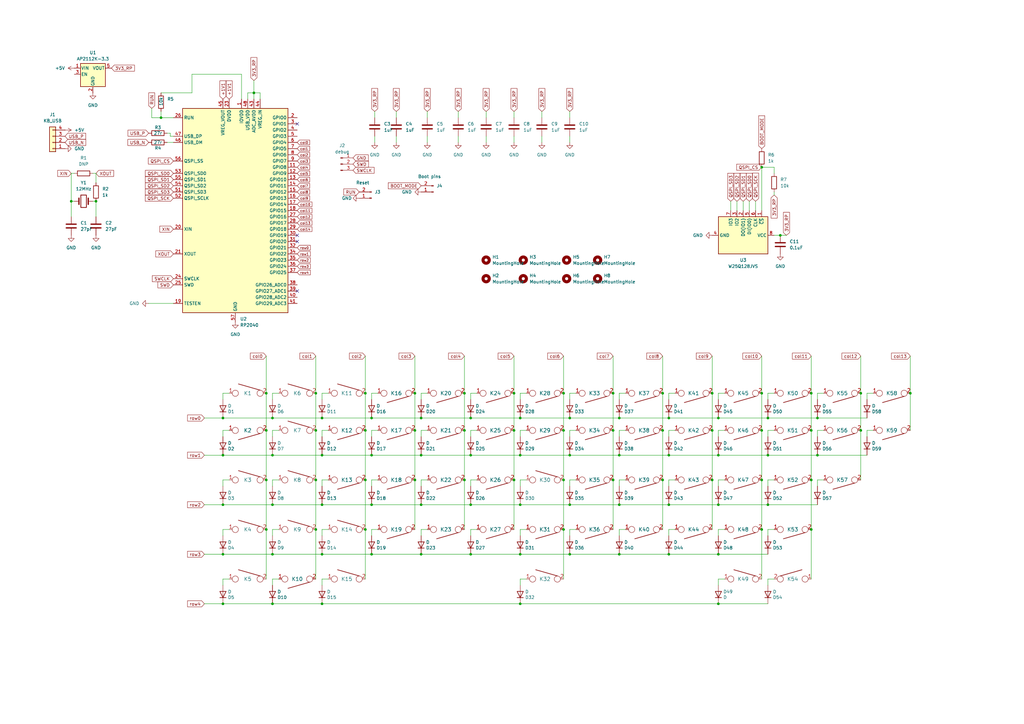
<source format=kicad_sch>
(kicad_sch (version 20231120) (generator "eeschema") (generator_version "8.0")
  (paper "A3")
  (junction (at 193.04 171.45))
  (junction (at 111.76 247.65))
  (junction (at 29.21 82.55))
  (junction (at 274.32 186.69))
  (junction (at 193.04 186.69))
  (junction (at 152.4 171.45))
  (junction (at 292.1 196.85))
  (junction (at 109.22 161.29))
  (junction (at 213.36 186.69))
  (junction (at 312.42 217.17))
  (junction (at 294.64 247.65))
  (junction (at 373.38 161.29))
  (junction (at 314.96 186.69))
  (junction (at 271.78 176.53))
  (junction (at 312.42 176.53))
  (junction (at 231.14 176.53))
  (junction (at 294.64 186.69))
  (junction (at 312.42 196.85))
  (junction (at 254 227.33))
  (junction (at 39.37 82.55))
  (junction (at 132.08 171.45))
  (junction (at 149.86 161.29))
  (junction (at 172.72 186.69))
  (junction (at 233.68 207.01))
  (junction (at 254 186.69))
  (junction (at 210.82 176.53))
  (junction (at 292.1 176.53))
  (junction (at 213.36 247.65))
  (junction (at 132.08 227.33))
  (junction (at 332.74 176.53))
  (junction (at 104.14 38.1))
  (junction (at 251.46 161.29))
  (junction (at 294.64 171.45))
  (junction (at 149.86 196.85))
  (junction (at 111.76 207.01))
  (junction (at 231.14 217.17))
  (junction (at 91.44 247.65))
  (junction (at 170.18 161.29))
  (junction (at 274.32 207.01))
  (junction (at 152.4 186.69))
  (junction (at 149.86 176.53))
  (junction (at 353.06 176.53))
  (junction (at 109.22 217.17))
  (junction (at 335.28 171.45))
  (junction (at 111.76 227.33))
  (junction (at 170.18 196.85))
  (junction (at 213.36 171.45))
  (junction (at 314.96 171.45))
  (junction (at 132.08 207.01))
  (junction (at 111.76 171.45))
  (junction (at 129.54 196.85))
  (junction (at 132.08 186.69))
  (junction (at 312.42 68.58))
  (junction (at 335.28 186.69))
  (junction (at 274.32 171.45))
  (junction (at 213.36 207.01))
  (junction (at 129.54 217.17))
  (junction (at 314.96 207.01))
  (junction (at 170.18 176.53))
  (junction (at 129.54 176.53))
  (junction (at 91.44 207.01))
  (junction (at 190.5 196.85))
  (junction (at 91.44 227.33))
  (junction (at 271.78 161.29))
  (junction (at 332.74 161.29))
  (junction (at 332.74 196.85))
  (junction (at 109.22 196.85))
  (junction (at 213.36 227.33))
  (junction (at 193.04 207.01))
  (junction (at 152.4 207.01))
  (junction (at 231.14 161.29))
  (junction (at 274.32 227.33))
  (junction (at 91.44 186.69))
  (junction (at 233.68 171.45))
  (junction (at 152.4 227.33))
  (junction (at 292.1 161.29))
  (junction (at 172.72 227.33))
  (junction (at 190.5 161.29))
  (junction (at 320.04 96.52))
  (junction (at 210.82 196.85))
  (junction (at 190.5 176.53))
  (junction (at 312.42 161.29))
  (junction (at 353.06 161.29))
  (junction (at 172.72 207.01))
  (junction (at 332.74 217.17))
  (junction (at 251.46 176.53))
  (junction (at 111.76 186.69))
  (junction (at 149.86 217.17))
  (junction (at 193.04 227.33))
  (junction (at 251.46 196.85))
  (junction (at 129.54 161.29))
  (junction (at 254 171.45))
  (junction (at 271.78 196.85))
  (junction (at 294.64 227.33))
  (junction (at 294.64 207.01))
  (junction (at 233.68 227.33))
  (junction (at 66.04 48.26))
  (junction (at 132.08 247.65))
  (junction (at 91.44 171.45))
  (junction (at 233.68 186.69))
  (junction (at 254 207.01))
  (junction (at 231.14 196.85))
  (junction (at 210.82 161.29))
  (junction (at 109.22 176.53))
  (junction (at 172.72 171.45))
  (no_connect (at 121.92 50.8))
  (no_connect (at 121.92 99.06))
  (no_connect (at 121.92 119.38))
  (no_connect (at 121.92 96.52))
  (wire (pts (xy 132.08 179.07) (xy 132.08 176.53)))
  (wire (pts (xy 353.06 146.05) (xy 353.06 161.29)))
  (wire (pts (xy 132.08 186.69) (xy 152.4 186.69)))
  (wire (pts (xy 91.44 227.33) (xy 111.76 227.33)))
  (wire (pts (xy 254 176.53) (xy 256.54 176.53)))
  (wire (pts (xy 170.18 196.85) (xy 170.18 217.17)))
  (wire (pts (xy 317.5 78.74) (xy 317.5 80.01)))
  (wire (pts (xy 332.74 217.17) (xy 332.74 237.49)))
  (wire (pts (xy 193.04 207.01) (xy 172.72 207.01)))
  (wire (pts (xy 132.08 196.85) (xy 134.62 196.85)))
  (wire (pts (xy 190.5 176.53) (xy 190.5 196.85)))
  (wire (pts (xy 335.28 171.45) (xy 355.6 171.45)))
  (wire (pts (xy 231.14 217.17) (xy 231.14 237.49)))
  (wire (pts (xy 274.32 179.07) (xy 274.32 176.53)))
  (wire (pts (xy 111.76 237.49) (xy 114.3 237.49)))
  (wire (pts (xy 373.38 146.05) (xy 373.38 161.29)))
  (wire (pts (xy 111.76 207.01) (xy 132.08 207.01)))
  (wire (pts (xy 332.74 196.85) (xy 332.74 217.17)))
  (wire (pts (xy 193.04 176.53) (xy 195.58 176.53)))
  (wire (pts (xy 129.54 161.29) (xy 129.54 146.05)))
  (wire (pts (xy 190.5 196.85) (xy 190.5 217.17)))
  (wire (pts (xy 355.6 176.53) (xy 358.14 176.53)))
  (wire (pts (xy 60.96 124.46) (xy 71.12 124.46)))
  (wire (pts (xy 193.04 227.33) (xy 213.36 227.33)))
  (wire (pts (xy 175.26 55.88) (xy 175.26 58.42)))
  (wire (pts (xy 312.42 86.36) (xy 312.42 68.58)))
  (wire (pts (xy 254 163.83) (xy 254 161.29)))
  (wire (pts (xy 314.96 186.69) (xy 335.28 186.69)))
  (wire (pts (xy 132.08 237.49) (xy 134.62 237.49)))
  (wire (pts (xy 222.25 55.88) (xy 222.25 58.42)))
  (wire (pts (xy 111.76 247.65) (xy 91.44 247.65)))
  (wire (pts (xy 193.04 219.71) (xy 193.04 217.17)))
  (wire (pts (xy 314.96 240.03) (xy 314.96 237.49)))
  (wire (pts (xy 187.96 45.72) (xy 187.96 48.26)))
  (wire (pts (xy 190.5 146.05) (xy 190.5 161.29)))
  (wire (pts (xy 373.38 161.29) (xy 373.38 176.53)))
  (wire (pts (xy 153.67 55.88) (xy 153.67 58.42)))
  (wire (pts (xy 83.82 227.33) (xy 91.44 227.33)))
  (wire (pts (xy 172.72 219.71) (xy 172.72 217.17)))
  (wire (pts (xy 172.72 176.53) (xy 175.26 176.53)))
  (wire (pts (xy 312.42 196.85) (xy 312.42 217.17)))
  (wire (pts (xy 132.08 199.39) (xy 132.08 196.85)))
  (wire (pts (xy 39.37 74.93) (xy 39.37 71.12)))
  (wire (pts (xy 335.28 199.39) (xy 335.28 196.85)))
  (wire (pts (xy 91.44 237.49) (xy 93.98 237.49)))
  (wire (pts (xy 149.86 176.53) (xy 149.86 196.85)))
  (wire (pts (xy 233.68 196.85) (xy 236.22 196.85)))
  (wire (pts (xy 193.04 196.85) (xy 195.58 196.85)))
  (wire (pts (xy 132.08 176.53) (xy 134.62 176.53)))
  (wire (pts (xy 83.82 171.45) (xy 91.44 171.45)))
  (wire (pts (xy 233.68 161.29) (xy 236.22 161.29)))
  (wire (pts (xy 314.96 161.29) (xy 317.5 161.29)))
  (wire (pts (xy 175.26 45.72) (xy 175.26 48.26)))
  (wire (pts (xy 162.56 45.72) (xy 162.56 48.26)))
  (wire (pts (xy 213.36 219.71) (xy 213.36 217.17)))
  (wire (pts (xy 294.64 227.33) (xy 314.96 227.33)))
  (wire (pts (xy 172.72 227.33) (xy 193.04 227.33)))
  (wire (pts (xy 170.18 176.53) (xy 170.18 196.85)))
  (wire (pts (xy 314.96 219.71) (xy 314.96 217.17)))
  (wire (pts (xy 129.54 217.17) (xy 129.54 196.85)))
  (wire (pts (xy 233.68 171.45) (xy 254 171.45)))
  (wire (pts (xy 314.96 179.07) (xy 314.96 176.53)))
  (wire (pts (xy 187.96 55.88) (xy 187.96 58.42)))
  (wire (pts (xy 111.76 171.45) (xy 132.08 171.45)))
  (wire (pts (xy 251.46 196.85) (xy 251.46 217.17)))
  (wire (pts (xy 132.08 219.71) (xy 132.08 217.17)))
  (wire (pts (xy 39.37 82.55) (xy 39.37 88.9)))
  (wire (pts (xy 210.82 196.85) (xy 210.82 217.17)))
  (wire (pts (xy 111.76 219.71) (xy 111.76 217.17)))
  (wire (pts (xy 172.72 186.69) (xy 193.04 186.69)))
  (wire (pts (xy 68.58 58.42) (xy 71.12 58.42)))
  (wire (pts (xy 254 199.39) (xy 254 196.85)))
  (wire (pts (xy 274.32 171.45) (xy 294.64 171.45)))
  (wire (pts (xy 38.1 82.55) (xy 39.37 82.55)))
  (wire (pts (xy 213.36 247.65) (xy 294.64 247.65)))
  (wire (pts (xy 172.72 161.29) (xy 175.26 161.29)))
  (wire (pts (xy 91.44 171.45) (xy 111.76 171.45)))
  (wire (pts (xy 99.06 30.48) (xy 78.74 30.48)))
  (wire (pts (xy 213.36 199.39) (xy 213.36 196.85)))
  (wire (pts (xy 68.58 54.61) (xy 69.85 54.61)))
  (wire (pts (xy 101.6 40.64) (xy 101.6 38.1)))
  (wire (pts (xy 132.08 217.17) (xy 134.62 217.17)))
  (wire (pts (xy 299.72 82.55) (xy 299.72 86.36)))
  (wire (pts (xy 274.32 176.53) (xy 276.86 176.53)))
  (wire (pts (xy 91.44 247.65) (xy 83.82 247.65)))
  (wire (pts (xy 29.21 82.55) (xy 29.21 71.12)))
  (wire (pts (xy 193.04 171.45) (xy 213.36 171.45)))
  (wire (pts (xy 294.64 186.69) (xy 314.96 186.69)))
  (wire (pts (xy 294.64 240.03) (xy 294.64 237.49)))
  (wire (pts (xy 172.72 199.39) (xy 172.72 196.85)))
  (wire (pts (xy 304.8 82.55) (xy 304.8 86.36)))
  (wire (pts (xy 254 217.17) (xy 256.54 217.17)))
  (wire (pts (xy 292.1 176.53) (xy 292.1 196.85)))
  (wire (pts (xy 152.4 179.07) (xy 152.4 176.53)))
  (wire (pts (xy 111.76 227.33) (xy 132.08 227.33)))
  (wire (pts (xy 109.22 176.53) (xy 109.22 196.85)))
  (wire (pts (xy 149.86 196.85) (xy 149.86 217.17)))
  (wire (pts (xy 91.44 179.07) (xy 91.44 176.53)))
  (wire (pts (xy 193.04 186.69) (xy 213.36 186.69)))
  (wire (pts (xy 254 207.01) (xy 233.68 207.01)))
  (wire (pts (xy 233.68 207.01) (xy 213.36 207.01)))
  (wire (pts (xy 271.78 161.29) (xy 271.78 176.53)))
  (wire (pts (xy 312.42 217.17) (xy 312.42 237.49)))
  (wire (pts (xy 149.86 146.05) (xy 149.86 161.29)))
  (wire (pts (xy 152.4 171.45) (xy 172.72 171.45)))
  (wire (pts (xy 274.32 199.39) (xy 274.32 196.85)))
  (wire (pts (xy 193.04 163.83) (xy 193.04 161.29)))
  (wire (pts (xy 152.4 161.29) (xy 154.94 161.29)))
  (wire (pts (xy 335.28 207.01) (xy 314.96 207.01)))
  (wire (pts (xy 83.82 186.69) (xy 91.44 186.69)))
  (wire (pts (xy 149.86 161.29) (xy 149.86 176.53)))
  (wire (pts (xy 320.04 96.52) (xy 322.58 96.52)))
  (wire (pts (xy 132.08 163.83) (xy 132.08 161.29)))
  (wire (pts (xy 170.18 161.29) (xy 170.18 176.53)))
  (wire (pts (xy 172.72 179.07) (xy 172.72 176.53)))
  (wire (pts (xy 152.4 163.83) (xy 152.4 161.29)))
  (wire (pts (xy 210.82 45.72) (xy 210.82 48.26)))
  (wire (pts (xy 213.36 217.17) (xy 215.9 217.17)))
  (wire (pts (xy 231.14 161.29) (xy 231.14 176.53)))
  (wire (pts (xy 314.96 176.53) (xy 317.5 176.53)))
  (wire (pts (xy 172.72 171.45) (xy 193.04 171.45)))
  (wire (pts (xy 335.28 196.85) (xy 337.82 196.85)))
  (wire (pts (xy 78.74 38.1) (xy 78.74 30.48)))
  (wire (pts (xy 294.64 219.71) (xy 294.64 217.17)))
  (wire (pts (xy 213.36 237.49) (xy 215.9 237.49)))
  (wire (pts (xy 29.21 82.55) (xy 30.48 82.55)))
  (wire (pts (xy 332.74 161.29) (xy 332.74 176.53)))
  (wire (pts (xy 233.68 45.72) (xy 233.68 48.26)))
  (wire (pts (xy 193.04 179.07) (xy 193.04 176.53)))
  (wire (pts (xy 233.68 163.83) (xy 233.68 161.29)))
  (wire (pts (xy 251.46 161.29) (xy 251.46 176.53)))
  (wire (pts (xy 274.32 217.17) (xy 276.86 217.17)))
  (wire (pts (xy 213.36 171.45) (xy 233.68 171.45)))
  (wire (pts (xy 199.39 45.72) (xy 199.39 48.26)))
  (wire (pts (xy 193.04 199.39) (xy 193.04 196.85)))
  (wire (pts (xy 210.82 161.29) (xy 210.82 176.53)))
  (wire (pts (xy 91.44 196.85) (xy 93.98 196.85)))
  (wire (pts (xy 62.23 44.45) (xy 62.23 48.26)))
  (wire (pts (xy 111.76 176.53) (xy 114.3 176.53)))
  (wire (pts (xy 111.76 196.85) (xy 114.3 196.85)))
  (wire (pts (xy 111.76 199.39) (xy 111.76 196.85)))
  (wire (pts (xy 251.46 146.05) (xy 251.46 161.29)))
  (wire (pts (xy 335.28 176.53) (xy 337.82 176.53)))
  (wire (pts (xy 294.64 171.45) (xy 314.96 171.45)))
  (wire (pts (xy 274.32 207.01) (xy 254 207.01)))
  (wire (pts (xy 172.72 207.01) (xy 152.4 207.01)))
  (wire (pts (xy 152.4 217.17) (xy 154.94 217.17)))
  (wire (pts (xy 152.4 199.39) (xy 152.4 196.85)))
  (wire (pts (xy 91.44 163.83) (xy 91.44 161.29)))
  (wire (pts (xy 91.44 199.39) (xy 91.44 196.85)))
  (wire (pts (xy 294.64 196.85) (xy 297.18 196.85)))
  (wire (pts (xy 271.78 176.53) (xy 271.78 196.85)))
  (wire (pts (xy 335.28 163.83) (xy 335.28 161.29)))
  (wire (pts (xy 222.25 45.72) (xy 222.25 48.26)))
  (wire (pts (xy 213.36 227.33) (xy 233.68 227.33)))
  (wire (pts (xy 254 171.45) (xy 274.32 171.45)))
  (wire (pts (xy 213.36 176.53) (xy 215.9 176.53)))
  (wire (pts (xy 335.28 179.07) (xy 335.28 176.53)))
  (wire (pts (xy 132.08 240.03) (xy 132.08 237.49)))
  (wire (pts (xy 314.96 163.83) (xy 314.96 161.29)))
  (wire (pts (xy 129.54 196.85) (xy 129.54 176.53)))
  (wire (pts (xy 193.04 161.29) (xy 195.58 161.29)))
  (wire (pts (xy 314.96 247.65) (xy 294.64 247.65)))
  (wire (pts (xy 233.68 186.69) (xy 254 186.69)))
  (wire (pts (xy 101.6 38.1) (xy 104.14 38.1)))
  (wire (pts (xy 199.39 55.88) (xy 199.39 58.42)))
  (wire (pts (xy 213.36 240.03) (xy 213.36 237.49)))
  (wire (pts (xy 152.4 176.53) (xy 154.94 176.53)))
  (wire (pts (xy 132.08 161.29) (xy 134.62 161.29)))
  (wire (pts (xy 111.76 186.69) (xy 132.08 186.69)))
  (wire (pts (xy 335.28 186.69) (xy 355.6 186.69)))
  (wire (pts (xy 312.42 68.58) (xy 317.5 68.58)))
  (wire (pts (xy 233.68 176.53) (xy 236.22 176.53)))
  (wire (pts (xy 213.36 196.85) (xy 215.9 196.85)))
  (wire (pts (xy 314.96 237.49) (xy 317.5 237.49)))
  (wire (pts (xy 274.32 219.71) (xy 274.32 217.17)))
  (wire (pts (xy 132.08 207.01) (xy 152.4 207.01)))
  (wire (pts (xy 66.04 48.26) (xy 62.23 48.26)))
  (wire (pts (xy 153.67 45.72) (xy 153.67 48.26)))
  (wire (pts (xy 152.4 227.33) (xy 172.72 227.33)))
  (wire (pts (xy 210.82 146.05) (xy 210.82 161.29)))
  (wire (pts (xy 254 196.85) (xy 256.54 196.85)))
  (wire (pts (xy 355.6 163.83) (xy 355.6 161.29)))
  (wire (pts (xy 292.1 196.85) (xy 292.1 217.17)))
  (wire (pts (xy 162.56 55.88) (xy 162.56 58.42)))
  (wire (pts (xy 152.4 219.71) (xy 152.4 217.17)))
  (wire (pts (xy 355.6 179.07) (xy 355.6 176.53)))
  (wire (pts (xy 91.44 186.69) (xy 111.76 186.69)))
  (wire (pts (xy 231.14 146.05) (xy 231.14 161.29)))
  (wire (pts (xy 317.5 68.58) (xy 317.5 71.12)))
  (wire (pts (xy 335.28 161.29) (xy 337.82 161.29)))
  (wire (pts (xy 254 179.07) (xy 254 176.53)))
  (wire (pts (xy 302.26 82.55) (xy 302.26 86.36)))
  (wire (pts (xy 294.64 217.17) (xy 297.18 217.17)))
  (wire (pts (xy 251.46 176.53) (xy 251.46 196.85)))
  (wire (pts (xy 172.72 196.85) (xy 175.26 196.85)))
  (wire (pts (xy 210.82 176.53) (xy 210.82 196.85)))
  (wire (pts (xy 312.42 176.53) (xy 312.42 196.85)))
  (wire (pts (xy 213.36 247.65) (xy 132.08 247.65)))
  (wire (pts (xy 29.21 88.9) (xy 29.21 82.55)))
  (wire (pts (xy 104.14 33.02) (xy 104.14 38.1)))
  (wire (pts (xy 274.32 227.33) (xy 294.64 227.33)))
  (wire (pts (xy 213.36 161.29) (xy 215.9 161.29)))
  (wire (pts (xy 233.68 217.17) (xy 236.22 217.17)))
  (wire (pts (xy 104.14 38.1) (xy 104.14 40.64)))
  (wire (pts (xy 109.22 217.17) (xy 109.22 237.49)))
  (wire (pts (xy 29.21 71.12) (xy 30.48 71.12)))
  (wire (pts (xy 149.86 217.17) (xy 149.86 237.49)))
  (wire (pts (xy 109.22 161.29) (xy 109.22 176.53)))
  (wire (pts (xy 69.85 54.61) (xy 69.85 55.88)))
  (wire (pts (xy 312.42 161.29) (xy 312.42 176.53)))
  (wire (pts (xy 172.72 217.17) (xy 175.26 217.17)))
  (wire (pts (xy 104.14 38.1) (xy 106.68 38.1)))
  (wire (pts (xy 71.12 48.26) (xy 66.04 48.26)))
  (wire (pts (xy 314.96 207.01) (xy 294.64 207.01)))
  (wire (pts (xy 213.36 163.83) (xy 213.36 161.29)))
  (wire (pts (xy 91.44 217.17) (xy 93.98 217.17)))
  (wire (pts (xy 233.68 227.33) (xy 254 227.33)))
  (wire (pts (xy 91.44 207.01) (xy 83.82 207.01)))
  (wire (pts (xy 69.85 55.88) (xy 71.12 55.88)))
  (wire (pts (xy 294.64 176.53) (xy 297.18 176.53)))
  (wire (pts (xy 274.32 161.29) (xy 276.86 161.29)))
  (wire (pts (xy 91.44 219.71) (xy 91.44 217.17)))
  (wire (pts (xy 231.14 176.53) (xy 231.14 196.85)))
  (wire (pts (xy 66.04 38.1) (xy 78.74 38.1)))
  (wire (pts (xy 332.74 146.05) (xy 332.74 161.29)))
  (wire (pts (xy 314.96 196.85) (xy 317.5 196.85)))
  (wire (pts (xy 129.54 217.17) (xy 129.54 237.49)))
  (wire (pts (xy 132.08 227.33) (xy 152.4 227.33)))
  (wire (pts (xy 152.4 186.69) (xy 172.72 186.69)))
  (wire (pts (xy 294.64 179.07) (xy 294.64 176.53)))
  (wire (pts (xy 254 227.33) (xy 274.32 227.33)))
  (wire (pts (xy 233.68 199.39) (xy 233.68 196.85)))
  (wire (pts (xy 233.68 55.88) (xy 233.68 58.42)))
  (wire (pts (xy 317.5 96.52) (xy 320.04 96.52)))
  (wire (pts (xy 170.18 146.05) (xy 170.18 161.29)))
  (wire (pts (xy 111.76 240.03) (xy 111.76 237.49)))
  (wire (pts (xy 91.44 161.29) (xy 93.98 161.29)))
  (wire (pts (xy 231.14 196.85) (xy 231.14 217.17)))
  (wire (pts (xy 91.44 240.03) (xy 91.44 237.49)))
  (wire (pts (xy 254 219.71) (xy 254 217.17)))
  (wire (pts (xy 353.06 176.53) (xy 353.06 196.85)))
  (wire (pts (xy 254 186.69) (xy 274.32 186.69)))
  (wire (pts (xy 109.22 146.05) (xy 109.22 161.29)))
  (wire (pts (xy 91.44 176.53) (xy 93.98 176.53)))
  (wire (pts (xy 312.42 146.05) (xy 312.42 161.29)))
  (wire (pts (xy 294.64 237.49) (xy 297.18 237.49)))
  (wire (pts (xy 314.96 171.45) (xy 335.28 171.45)))
  (wire (pts (xy 274.32 196.85) (xy 276.86 196.85)))
  (wire (pts (xy 355.6 161.29) (xy 358.14 161.29)))
  (wire (pts (xy 213.36 179.07) (xy 213.36 176.53)))
  (wire (pts (xy 332.74 176.53) (xy 332.74 196.85)))
  (wire (pts (xy 111.76 207.01) (xy 91.44 207.01)))
  (wire (pts (xy 274.32 186.69) (xy 294.64 186.69)))
  (wire (pts (xy 111.76 179.07) (xy 111.76 176.53)))
  (wire (pts (xy 193.04 217.17) (xy 195.58 217.17)))
  (wire (pts (xy 294.64 161.29) (xy 297.18 161.29)))
  (wire (pts (xy 106.68 40.64) (xy 106.68 38.1)))
  (wire (pts (xy 99.06 40.64) (xy 99.06 30.48)))
  (wire (pts (xy 190.5 161.29) (xy 190.5 176.53)))
  (wire (pts (xy 172.72 163.83) (xy 172.72 161.29)))
  (wire (pts (xy 132.08 171.45) (xy 152.4 171.45)))
  (wire (pts (xy 111.76 163.83) (xy 111.76 161.29)))
  (wire (pts (xy 213.36 207.01) (xy 193.04 207.01)))
  (wire (pts (xy 294.64 163.83) (xy 294.64 161.29)))
  (wire (pts (xy 109.22 196.85) (xy 109.22 217.17)))
  (wire (pts (xy 213.36 186.69) (xy 233.68 186.69)))
  (wire (pts (xy 292.1 161.29) (xy 292.1 176.53)))
  (wire (pts (xy 66.04 48.26) (xy 66.04 45.72)))
  (wire (pts (xy 132.08 247.65) (xy 111.76 247.65)))
  (wire (pts (xy 233.68 179.07) (xy 233.68 176.53)))
  (wire (pts (xy 314.96 217.17) (xy 317.5 217.17)))
  (wire (pts (xy 233.68 219.71) (xy 233.68 217.17)))
  (wire (pts (xy 309.88 82.55) (xy 309.88 86.36)))
  (wire (pts (xy 271.78 146.05) (xy 271.78 161.29)))
  (wire (pts (xy 210.82 55.88) (xy 210.82 58.42)))
  (wire (pts (xy 271.78 196.85) (xy 271.78 217.17)))
  (wire (pts (xy 38.1 71.12) (xy 39.37 71.12)))
  (wire (pts (xy 353.06 161.29) (xy 353.06 176.53)))
  (wire (pts (xy 129.54 176.53) (xy 129.54 161.29)))
  (wire (pts (xy 111.76 217.17) (xy 114.3 217.17)))
  (wire (pts (xy 307.34 82.55) (xy 307.34 86.36)))
  (wire (pts (xy 111.76 161.29) (xy 114.3 161.29)))
  (wire (pts (xy 274.32 163.83) (xy 274.32 161.29)))
  (wire (pts (xy 314.96 199.39) (xy 314.96 196.85)))
  (wire (pts (xy 294.64 199.39) (xy 294.64 196.85)))
  (wire (pts (xy 294.64 207.01) (xy 274.32 207.01)))
  (wire (pts (xy 152.4 196.85) (xy 154.94 196.85)))
  (wire (pts (xy 254 161.29) (xy 256.54 161.29)))
  (wire (pts (xy 292.1 146.05) (xy 292.1 161.29)))
  (global_label "col7" (shape input) (at 251.46 146.05 180) (property "Intersheetrefs" "${INTERSHEET_REFS}" (effects (hide yes))))
  (global_label "QSPI_SCK" (shape input) (at 309.88 82.55 90) (property "Intersheetrefs" "${INTERSHEET_REFS}" (effects (hide yes))))
  (global_label "row1" (shape input) (at 83.82 186.69 180) (property "Intersheetrefs" "${INTERSHEET_REFS}" (effects (hide yes))))
  (global_label "QSPI_SCK" (shape input) (at 71.12 81.28 180) (property "Intersheetrefs" "${INTERSHEET_REFS}" (effects (hide yes))))
  (global_label "col2" (shape input) (at 121.92 63.5 0) (effects (font (size 0.9906 0.9906))) (property "Intersheetrefs" "${INTERSHEET_REFS}" (effects (hide yes))))
  (global_label "col3" (shape input) (at 170.18 146.05 180) (property "Intersheetrefs" "${INTERSHEET_REFS}" (effects (hide yes))))
  (global_label "col13" (shape input) (at 373.38 146.05 180) (property "Intersheetrefs" "${INTERSHEET_REFS}" (effects (hide yes))))
  (global_label "BOOT_MODE" (shape input) (at 172.72 76.2 180) (property "Intersheetrefs" "${INTERSHEET_REFS}" (effects (hide yes))))
  (global_label "col11" (shape input) (at 332.74 146.05 180) (property "Intersheetrefs" "${INTERSHEET_REFS}" (effects (hide yes))))
  (global_label "XIN" (shape input) (at 29.21 71.12 180) (property "Intersheetrefs" "${INTERSHEET_REFS}" (effects (hide yes))))
  (global_label "3V3_RP" (shape input) (at 233.68 45.72 90) (property "Intersheetrefs" "${INTERSHEET_REFS}" (effects (hide yes))))
  (global_label "col7" (shape input) (at 121.92 76.2 0) (effects (font (size 0.9906 0.9906))) (property "Intersheetrefs" "${INTERSHEET_REFS}" (effects (hide yes))))
  (global_label "BOOT_MODE" (shape input) (at 312.42 60.96 90) (property "Intersheetrefs" "${INTERSHEET_REFS}" (effects (hide yes))))
  (global_label "col9" (shape input) (at 292.1 146.05 180) (property "Intersheetrefs" "${INTERSHEET_REFS}" (effects (hide yes))))
  (global_label "SWD" (shape input) (at 71.12 116.84 180) (property "Intersheetrefs" "${INTERSHEET_REFS}" (effects (hide yes))))
  (global_label "SWCLK" (shape input) (at 144.78 69.85 0) (property "Intersheetrefs" "${INTERSHEET_REFS}" (effects (hide yes))))
  (global_label "col5" (shape input) (at 210.82 146.05 180) (property "Intersheetrefs" "${INTERSHEET_REFS}" (effects (hide yes))))
  (global_label "col10" (shape input) (at 312.42 146.05 180) (property "Intersheetrefs" "${INTERSHEET_REFS}" (effects (hide yes))))
  (global_label "QSPI_SD1" (shape input) (at 304.8 82.55 90) (property "Intersheetrefs" "${INTERSHEET_REFS}" (effects (hide yes))))
  (global_label "3V3_RP" (shape input) (at 187.96 45.72 90) (property "Intersheetrefs" "${INTERSHEET_REFS}" (effects (hide yes))))
  (global_label "USB_N" (shape input) (at 26.67 58.42 0) (property "Intersheetrefs" "${INTERSHEET_REFS}" (effects (hide yes))))
  (global_label "+1V1" (shape input) (at 93.98 40.64 90) (property "Intersheetrefs" "${INTERSHEET_REFS}" (effects (hide yes))))
  (global_label "3V3_RP" (shape input) (at 162.56 45.72 90) (property "Intersheetrefs" "${INTERSHEET_REFS}" (effects (hide yes))))
  (global_label "XOUT" (shape input) (at 71.12 104.14 180) (property "Intersheetrefs" "${INTERSHEET_REFS}" (effects (hide yes))))
  (global_label "row2" (shape input) (at 83.82 207.01 180) (property "Intersheetrefs" "${INTERSHEET_REFS}" (effects (hide yes))))
  (global_label "SWCLK" (shape input) (at 71.12 114.3 180) (property "Intersheetrefs" "${INTERSHEET_REFS}" (effects (hide yes))))
  (global_label "row4" (shape input) (at 83.82 247.65 180) (property "Intersheetrefs" "${INTERSHEET_REFS}" (effects (hide yes))))
  (global_label "row0" (shape input) (at 121.92 101.6 0) (effects (font (size 0.9906 0.9906))) (property "Intersheetrefs" "${INTERSHEET_REFS}" (effects (hide yes))))
  (global_label "col11" (shape input) (at 121.92 86.36 0) (effects (font (size 0.9906 0.9906))) (property "Intersheetrefs" "${INTERSHEET_REFS}" (effects (hide yes))))
  (global_label "3V3_RP" (shape input) (at 104.14 33.02 90) (property "Intersheetrefs" "${INTERSHEET_REFS}" (effects (hide yes))))
  (global_label "col1" (shape input) (at 121.92 60.96 0) (effects (font (size 0.9906 0.9906))) (property "Intersheetrefs" "${INTERSHEET_REFS}" (effects (hide yes))))
  (global_label "3V3_RP" (shape input) (at 317.5 80.01 270) (property "Intersheetrefs" "${INTERSHEET_REFS}" (effects (hide yes))))
  (global_label "USB_P" (shape input) (at 26.67 55.88 0) (property "Intersheetrefs" "${INTERSHEET_REFS}" (effects (hide yes))))
  (global_label "col6" (shape input) (at 231.14 146.05 180) (property "Intersheetrefs" "${INTERSHEET_REFS}" (effects (hide yes))))
  (global_label "col0" (shape input) (at 121.92 58.42 0) (effects (font (size 0.9906 0.9906))) (property "Intersheetrefs" "${INTERSHEET_REFS}" (effects (hide yes))))
  (global_label "3V3_RP" (shape input) (at 175.26 45.72 90) (property "Intersheetrefs" "${INTERSHEET_REFS}" (effects (hide yes))))
  (global_label "XIN" (shape input) (at 71.12 93.98 180) (property "Intersheetrefs" "${INTERSHEET_REFS}" (effects (hide yes))))
  (global_label "col3" (shape input) (at 121.92 66.04 0) (effects (font (size 0.9906 0.9906))) (property "Intersheetrefs" "${INTERSHEET_REFS}" (effects (hide yes))))
  (global_label "XOUT" (shape input) (at 39.37 71.12 0) (property "Intersheetrefs" "${INTERSHEET_REFS}" (effects (hide yes))))
  (global_label "QSPI_SD0" (shape input) (at 307.34 82.55 90) (property "Intersheetrefs" "${INTERSHEET_REFS}" (effects (hide yes))))
  (global_label "GND" (shape input) (at 144.78 64.77 0) (property "Intersheetrefs" "${INTERSHEET_REFS}" (effects (hide yes))))
  (global_label "QSPI_CS" (shape input) (at 312.42 68.58 180) (property "Intersheetrefs" "${INTERSHEET_REFS}" (effects (hide yes))))
  (global_label "row4" (shape input) (at 121.92 111.76 0) (effects (font (size 0.9906 0.9906))) (property "Intersheetrefs" "${INTERSHEET_REFS}" (effects (hide yes))))
  (global_label "col12" (shape input) (at 121.92 88.9 0) (effects (font (size 0.9906 0.9906))) (property "Intersheetrefs" "${INTERSHEET_REFS}" (effects (hide yes))))
  (global_label "col9" (shape input) (at 121.92 81.28 0) (effects (font (size 0.9906 0.9906))) (property "Intersheetrefs" "${INTERSHEET_REFS}" (effects (hide yes))))
  (global_label "3V3_RP" (shape input) (at 153.67 45.72 90) (property "Intersheetrefs" "${INTERSHEET_REFS}" (effects (hide yes))))
  (global_label "col2" (shape input) (at 149.86 146.05 180) (property "Intersheetrefs" "${INTERSHEET_REFS}" (effects (hide yes))))
  (global_label "col10" (shape input) (at 121.92 83.82 0) (effects (font (size 0.9906 0.9906))) (property "Intersheetrefs" "${INTERSHEET_REFS}" (effects (hide yes))))
  (global_label "col13" (shape input) (at 121.92 91.44 0) (effects (font (size 0.9906 0.9906))) (property "Intersheetrefs" "${INTERSHEET_REFS}" (effects (hide yes))))
  (global_label "USB_N" (shape input) (at 60.96 58.42 180) (property "Intersheetrefs" "${INTERSHEET_REFS}" (effects (hide yes))))
  (global_label "QSPI_SD3" (shape input) (at 71.12 78.74 180) (property "Intersheetrefs" "${INTERSHEET_REFS}" (effects (hide yes))))
  (global_label "col8" (shape input) (at 271.78 146.05 180) (property "Intersheetrefs" "${INTERSHEET_REFS}" (effects (hide yes))))
  (global_label "row2" (shape input) (at 121.92 106.68 0) (effects (font (size 0.9906 0.9906))) (property "Intersheetrefs" "${INTERSHEET_REFS}" (effects (hide yes))))
  (global_label "3V3_RP" (shape input) (at 199.39 45.72 90) (property "Intersheetrefs" "${INTERSHEET_REFS}" (effects (hide yes))))
  (global_label "QSPI_SD2" (shape input) (at 302.26 82.55 90) (property "Intersheetrefs" "${INTERSHEET_REFS}" (effects (hide yes))))
  (global_label "QSPI_SD0" (shape input) (at 71.12 71.12 180) (property "Intersheetrefs" "${INTERSHEET_REFS}" (effects (hide yes))))
  (global_label "col5" (shape input) (at 121.92 71.12 0) (effects (font (size 0.9906 0.9906))) (property "Intersheetrefs" "${INTERSHEET_REFS}" (effects (hide yes))))
  (global_label "col8" (shape input) (at 121.92 78.74 0) (effects (font (size 0.9906 0.9906))) (property "Intersheetrefs" "${INTERSHEET_REFS}" (effects (hide yes))))
  (global_label "col14" (shape input) (at 121.92 93.98 0) (effects (font (size 0.9906 0.9906))) (property "Intersheetrefs" "${INTERSHEET_REFS}" (effects (hide yes))))
  (global_label "+1V1" (shape input) (at 91.44 40.64 90) (property "Intersheetrefs" "${INTERSHEET_REFS}" (effects (hide yes))))
  (global_label "RUN" (shape input) (at 147.32 78.74 180) (property "Intersheetrefs" "${INTERSHEET_REFS}" (effects (hide yes))))
  (global_label "row3" (shape input) (at 83.82 227.33 180) (property "Intersheetrefs" "${INTERSHEET_REFS}" (effects (hide yes))))
  (global_label "USB_P" (shape input) (at 60.96 54.61 180) (property "Intersheetrefs" "${INTERSHEET_REFS}" (effects (hide yes))))
  (global_label "row1" (shape input) (at 121.92 104.14 0) (effects (font (size 0.9906 0.9906))) (property "Intersheetrefs" "${INTERSHEET_REFS}" (effects (hide yes))))
  (global_label "QSPI_CS" (shape input) (at 71.12 66.04 180) (property "Intersheetrefs" "${INTERSHEET_REFS}" (effects (hide yes))))
  (global_label "col1" (shape input) (at 129.54 146.05 180) (property "Intersheetrefs" "${INTERSHEET_REFS}" (effects (hide yes))))
  (global_label "col4" (shape input) (at 121.92 68.58 0) (effects (font (size 0.9906 0.9906))) (property "Intersheetrefs" "${INTERSHEET_REFS}" (effects (hide yes))))
  (global_label "3V3_RP" (shape input) (at 45.72 27.94 0) (property "Intersheetrefs" "${INTERSHEET_REFS}" (effects (hide yes))))
  (global_label "col4" (shape input) (at 190.5 146.05 180) (property "Intersheetrefs" "${INTERSHEET_REFS}" (effects (hide yes))))
  (global_label "row3" (shape input) (at 121.92 109.22 0) (effects (font (size 0.9906 0.9906))) (property "Intersheetrefs" "${INTERSHEET_REFS}" (effects (hide yes))))
  (global_label "RUN" (shape input) (at 62.23 44.45 90) (property "Intersheetrefs" "${INTERSHEET_REFS}" (effects (hide yes))))
  (global_label "col0" (shape input) (at 109.22 146.05 180) (property "Intersheetrefs" "${INTERSHEET_REFS}" (effects (hide yes))))
  (global_label "3V3_RP" (shape input) (at 210.82 45.72 90) (property "Intersheetrefs" "${INTERSHEET_REFS}" (effects (hide yes))))
  (global_label "row0" (shape input) (at 83.82 171.45 180) (property "Intersheetrefs" "${INTERSHEET_REFS}" (effects (hide yes))))
  (global_label "col6" (shape input) (at 121.92 73.66 0) (effects (font (size 0.9906 0.9906))) (property "Intersheetrefs" "${INTERSHEET_REFS}" (effects (hide yes))))
  (global_label "QSPI_SD1" (shape input) (at 71.12 73.66 180) (property "Intersheetrefs" "${INTERSHEET_REFS}" (effects (hide yes))))
  (global_label "SWD" (shape input) (at 144.78 67.31 0) (property "Intersheetrefs" "${INTERSHEET_REFS}" (effects (hide yes))))
  (global_label "QSPI_SD3" (shape input) (at 299.72 82.55 90) (property "Intersheetrefs" "${INTERSHEET_REFS}" (effects (hide yes))))
  (global_label "3V3_RP" (shape input) (at 222.25 45.72 90) (property "Intersheetrefs" "${INTERSHEET_REFS}" (effects (hide yes))))
  (global_label "3V3_RP" (shape input) (at 322.58 96.52 90) (property "Intersheetrefs" "${INTERSHEET_REFS}" (effects (hide yes))))
  (global_label "col12" (shape input) (at 353.06 146.05 180) (property "Intersheetrefs" "${INTERSHEET_REFS}" (effects (hide yes))))
  (global_label "QSPI_SD2" (shape input) (at 71.12 76.2 180) (property "Intersheetrefs" "${INTERSHEET_REFS}" (effects (hide yes))))
  (symbol (lib_id "keyboard_parts:KEYSW") (at 325.12 237.49 0) (unit 1)
    (property "Reference" "K54" (at 325.12 237.49 0) (effects (font (size 1.524 1.524))))
    (property "Value" "KEYSW" (effects (hide yes)))
    (property "Footprint" "Button_Switch_SMD:SW_SPST_PTS645" (effects (hide yes)))
  )
  (symbol (lib_id "keyboard_parts:KEYSW") (at 243.84 196.85 180) (unit 1)
    (property "Reference" "K35" (at 243.84 196.85 0) (effects (font (size 1.524 1.524))))
    (property "Value" "KEYSW" (effects (hide yes)))
    (property "Footprint" "Button_Switch_SMD:SW_SPST_PTS645" (effects (hide yes)))
  )
  (symbol (lib_id "Device:D") (at 274.32 167.64 270) (mirror x) (unit 1)
    (property "Reference" "D41" (at 276.3266 168.8084 90) (effects (justify left)))
    (property "Value" "D" (at 276.3266 166.497 90) (effects (justify left)))
    (property "Footprint" "Diode_SMD:D_SOD-123" (effects (hide yes)))
  )
  (symbol (lib_id "keyboard_parts:KEYSW") (at 345.44 196.85 180) (unit 1)
    (property "Reference" "K57" (at 345.44 196.85 0) (effects (font (size 1.524 1.524))))
    (property "Value" "KEYSW" (effects (hide yes)))
    (property "Footprint" "Button_Switch_SMD:SW_SPST_PTS645" (effects (hide yes)))
  )
  (symbol (lib_id "Device:D") (at 254 167.64 270) (mirror x) (unit 1)
    (property "Reference" "D37" (at 256.0066 168.8084 90) (effects (justify left)))
    (property "Value" "D" (at 256.0066 166.497 90) (effects (justify left)))
    (property "Footprint" "Diode_SMD:D_SOD-123" (effects (hide yes)))
  )
  (symbol (lib_name "+5V_1") (lib_id "power:+5V") (at 30.48 27.94 90) (unit 1)
    (property "Reference" "#PWR04" (effects (hide yes)))
    (property "Value" "+5V" (at 26.67 27.9399 90) (effects (justify left)))
    (property "Description" "Power symbol creates a global label with name \"+5V\"" (effects (hide yes)))
  )
  (symbol (lib_id "keyboard_parts:KEYSW") (at 142.24 237.49 0) (mirror y) (unit 1)
    (property "Reference" "K15" (at 142.24 237.49 0) (effects (font (size 1.524 1.524))))
    (property "Value" "KEYSW" (effects (hide yes)))
    (property "Footprint" "Button_Switch_SMD:SW_SPST_PTS645" (effects (hide yes)))
  )
  (symbol (lib_id "Device:D") (at 314.96 223.52 270) (mirror x) (unit 1)
    (property "Reference" "D53" (at 316.9666 224.6884 90) (effects (justify left)))
    (property "Value" "D" (at 316.9666 222.377 90) (effects (justify left)))
    (property "Footprint" "Diode_SMD:D_SOD-123" (effects (hide yes)))
  )
  (symbol (lib_id "Mechanical:MountingHole") (at 199.39 114.3 0) (unit 1) (exclude_from_sim yes) (in_bom no)
    (property "Reference" "H2" (at 201.93 113.0299 0) (effects (justify left)))
    (property "Value" "MountingHole" (at 201.93 115.5699 0) (effects (justify left)))
    (property "Footprint" "MountingHole:MountingHole_2.2mm_M2_Pad" (effects (hide yes)))
    (property "Description" "Mounting Hole without connection" (effects (hide yes)))
  )
  (symbol (lib_id "Device:D") (at 213.36 167.64 270) (mirror x) (unit 1)
    (property "Reference" "D28" (at 215.3666 168.8084 90) (effects (justify left)))
    (property "Value" "D" (at 215.3666 166.497 90) (effects (justify left)))
    (property "Footprint" "Diode_SMD:D_SOD-123" (effects (hide yes)))
  )
  (symbol (lib_id "Regulator_Linear:AP2112K-3.3") (at 38.1 30.48 0) (unit 1)
    (property "Reference" "U1" (at 38.1 21.59 0))
    (property "Value" "AP2112K-3.3" (at 38.1 24.13 0))
    (property "Footprint" "Package_TO_SOT_SMD:SOT-23-5" (effects (hide yes)))
    (property "Datasheet" "https://www.diodes.com/assets/Datasheets/AP2112.pdf" (effects (hide yes)))
    (property "Description" "600mA low dropout linear regulator, with enable pin, 3.8V-6V input voltage range, 3.3V fixed positive output, SOT-23-5" (effects (hide yes)))
  )
  (symbol (lib_id "Device:D") (at 132.08 203.2 270) (mirror x) (unit 1)
    (property "Reference" "D13" (at 134.0866 204.3684 90) (effects (justify left)))
    (property "Value" "D" (at 134.0866 202.057 90) (effects (justify left)))
    (property "Footprint" "Diode_SMD:D_SOD-123" (effects (hide yes)))
  )
  (symbol (lib_id "keyboard_parts:KEYSW") (at 162.56 161.29 180) (unit 1)
    (property "Reference" "K16" (at 162.56 161.29 0) (effects (font (size 1.524 1.524))))
    (property "Value" "KEYSW" (effects (hide yes)))
    (property "Footprint" "Button_Switch_SMD:SW_SPST_PTS645" (effects (hide yes)))
  )
  (symbol (lib_id "Device:D") (at 213.36 203.2 270) (mirror x) (unit 1)
    (property "Reference" "D30" (at 215.3666 204.3684 90) (effects (justify left)))
    (property "Value" "D" (at 215.3666 202.057 90) (effects (justify left)))
    (property "Footprint" "Diode_SMD:D_SOD-123" (effects (hide yes)))
  )
  (symbol (lib_id "Device:D") (at 274.32 203.2 270) (mirror x) (unit 1)
    (property "Reference" "D43" (at 276.3266 204.3684 90) (effects (justify left)))
    (property "Value" "D" (at 276.3266 202.057 90) (effects (justify left)))
    (property "Footprint" "Diode_SMD:D_SOD-123" (effects (hide yes)))
  )
  (symbol (lib_id "Device:D") (at 314.96 203.2 270) (mirror x) (unit 1)
    (property "Reference" "D52" (at 316.9666 204.3684 90) (effects (justify left)))
    (property "Value" "D" (at 316.9666 202.057 90) (effects (justify left)))
    (property "Footprint" "Diode_SMD:D_SOD-123" (effects (hide yes)))
  )
  (symbol (lib_id "keyboard_parts:KEYSW") (at 284.48 217.17 180) (unit 1)
    (property "Reference" "K44" (at 284.48 217.17 0) (effects (font (size 1.524 1.524))))
    (property "Value" "KEYSW" (effects (hide yes)))
    (property "Footprint" "Button_Switch_SMD:SW_SPST_PTS645" (effects (hide yes)))
  )
  (symbol (lib_id "Device:D") (at 314.96 182.88 270) (mirror x) (unit 1)
    (property "Reference" "D51" (at 316.9666 184.0484 90) (effects (justify left)))
    (property "Value" "D" (at 316.9666 181.737 90) (effects (justify left)))
    (property "Footprint" "Diode_SMD:D_SOD-123" (effects (hide yes)))
  )
  (symbol (lib_id "Device:D") (at 314.96 243.84 270) (mirror x) (unit 1)
    (property "Reference" "D54" (at 316.9666 245.0084 90) (effects (justify left)))
    (property "Value" "D" (at 316.9666 242.697 90) (effects (justify left)))
    (property "Footprint" "Diode_SMD:D_SOD-123" (effects (hide yes)))
  )
  (symbol (lib_id "Device:C") (at 162.56 52.07 0) (unit 1)
    (property "Reference" "C4" (at 166.37 50.8 0) (effects (justify left)))
    (property "Value" "1uF" (at 166.37 53.34 0) (effects (justify left)))
    (property "Footprint" "Capacitor_SMD:C_0603_1608Metric" (effects (hide yes)))
  )
  (symbol (lib_id "Device:C") (at 233.68 52.07 0) (unit 1)
    (property "Reference" "C10" (at 237.49 50.8 0) (effects (justify left)))
    (property "Value" "1uF" (at 237.49 53.34 0) (effects (justify left)))
    (property "Footprint" "Capacitor_SMD:C_0603_1608Metric" (effects (hide yes)))
  )
  (symbol (lib_id "Device:D") (at 132.08 223.52 270) (mirror x) (unit 1)
    (property "Reference" "D14" (at 134.0866 224.6884 90) (effects (justify left)))
    (property "Value" "D" (at 134.0866 222.377 90) (effects (justify left)))
    (property "Footprint" "Diode_SMD:D_SOD-123" (effects (hide yes)))
  )
  (symbol (lib_id "keyboard_parts:KEYSW") (at 223.52 176.53 180) (unit 1)
    (property "Reference" "K29" (at 223.52 176.53 0) (effects (font (size 1.524 1.524))))
    (property "Value" "KEYSW" (effects (hide yes)))
    (property "Footprint" "Button_Switch_SMD:SW_SPST_PTS645" (effects (hide yes)))
  )
  (symbol (lib_id "Device:D") (at 335.28 182.88 270) (mirror x) (unit 1)
    (property "Reference" "D56" (at 337.2866 184.0484 90) (effects (justify left)))
    (property "Value" "D" (at 337.2866 181.737 90) (effects (justify left)))
    (property "Footprint" "Diode_SMD:D_SOD-123" (effects (hide yes)))
  )
  (symbol (lib_id "Device:D") (at 111.76 243.84 270) (mirror x) (unit 1)
    (property "Reference" "D10" (at 113.7666 245.0084 90) (effects (justify left)))
    (property "Value" "D" (at 113.7666 242.697 90) (effects (justify left)))
    (property "Footprint" "Diode_SMD:D_SOD-123" (effects (hide yes)))
  )
  (symbol (lib_id "keyboard_parts:KEYSW") (at 264.16 217.17 180) (unit 1)
    (property "Reference" "K40" (at 264.16 217.17 0) (effects (font (size 1.524 1.524))))
    (property "Value" "KEYSW" (effects (hide yes)))
    (property "Footprint" "Button_Switch_SMD:SW_SPST_PTS645" (effects (hide yes)))
  )
  (symbol (lib_id "Device:D") (at 172.72 223.52 270) (mirror x) (unit 1)
    (property "Reference" "D23" (at 174.7266 224.6884 90) (effects (justify left)))
    (property "Value" "D" (at 174.7266 222.377 90) (effects (justify left)))
    (property "Footprint" "Diode_SMD:D_SOD-123" (effects (hide yes)))
  )
  (symbol (lib_id "Connector:Conn_01x02_Pin") (at 177.8 78.74 180) (unit 1)
    (property "Reference" "J4" (at 179.07 76.2 0) (effects (justify right)))
    (property "Value" "Boot pins" (at 171.45 72.39 0) (effects (justify right)))
    (property "Footprint" "Connector_PinHeader_2.54mm:PinHeader_1x02_P2.54mm_Vertical" (effects (hide yes)))
  )
  (symbol (lib_id "keyboard_parts:KEYSW") (at 142.24 176.53 180) (unit 1)
    (property "Reference" "K12" (at 142.24 176.53 0) (effects (font (size 1.524 1.524))))
    (property "Value" "KEYSW" (effects (hide yes)))
    (property "Footprint" "Button_Switch_SMD:SW_SPST_PTS645" (effects (hide yes)))
  )
  (symbol (lib_id "Device:D") (at 314.96 167.64 270) (mirror x) (unit 1)
    (property "Reference" "D50" (at 316.9666 168.8084 90) (effects (justify left)))
    (property "Value" "D" (at 316.9666 166.497 90) (effects (justify left)))
    (property "Footprint" "Diode_SMD:D_SOD-123" (effects (hide yes)))
  )
  (symbol (lib_id "keyboard_parts:KEYSW") (at 223.52 237.49 0) (mirror y) (unit 1)
    (property "Reference" "K32" (at 223.52 237.49 0) (effects (font (size 1.524 1.524))))
    (property "Value" "KEYSW" (effects (hide yes)))
    (property "Footprint" "Button_Switch_SMD:SW_SPST_PTS645" (effects (hide yes)))
  )
  (symbol (lib_id "Connector_Generic:Conn_01x04") (at 21.59 58.42 180) (unit 1)
    (property "Reference" "J1" (at 21.59 46.99 0))
    (property "Value" "KB_USB" (at 21.59 49.53 0))
    (property "Footprint" "Connector_PinHeader_2.54mm:PinHeader_1x04_P2.54mm_Vertical" (effects (hide yes)))
    (property "Description" "Generic connector, single row, 01x04, script generated (kicad-library-utils/schlib/autogen/connector/)" (effects (hide yes)))
  )
  (symbol (lib_id "Device:D") (at 91.44 243.84 270) (mirror x) (unit 1)
    (property "Reference" "D5" (at 93.4466 245.0084 90) (effects (justify left)))
    (property "Value" "D" (at 93.4466 242.697 90) (effects (justify left)))
    (property "Footprint" "Diode_SMD:D_SOD-123" (effects (hide yes)))
  )
  (symbol (lib_id "keyboard_parts:KEYSW") (at 121.92 237.49 180) (unit 1)
    (property "Reference" "K10" (at 121.92 237.49 0) (effects (font (size 1.524 1.524))))
    (property "Value" "KEYSW" (effects (hide yes)))
    (property "Footprint" "Button_Switch_SMD:SW_SPST_PTS645" (effects (hide yes)))
  )
  (symbol (lib_id "keyboard_parts:KEYSW") (at 142.24 196.85 180) (unit 1)
    (property "Reference" "K13" (at 142.24 196.85 0) (effects (font (size 1.524 1.524))))
    (property "Value" "KEYSW" (effects (hide yes)))
    (property "Footprint" "Button_Switch_SMD:SW_SPST_PTS645" (effects (hide yes)))
  )
  (symbol (lib_id "Device:D") (at 172.72 203.2 270) (mirror x) (unit 1)
    (property "Reference" "D22" (at 174.7266 204.3684 90) (effects (justify left)))
    (property "Value" "D" (at 174.7266 202.057 90) (effects (justify left)))
    (property "Footprint" "Diode_SMD:D_SOD-123" (effects (hide yes)))
  )
  (symbol (lib_id "keyboard_parts:KEYSW") (at 243.84 176.53 180) (unit 1)
    (property "Reference" "K34" (at 243.84 176.53 0) (effects (font (size 1.524 1.524))))
    (property "Value" "KEYSW" (effects (hide yes)))
    (property "Footprint" "Button_Switch_SMD:SW_SPST_PTS645" (effects (hide yes)))
  )
  (symbol (lib_id "keyboard_parts:KEYSW") (at 182.88 176.53 180) (unit 1)
    (property "Reference" "K21" (at 182.88 176.53 0) (effects (font (size 1.524 1.524))))
    (property "Value" "KEYSW" (effects (hide yes)))
    (property "Footprint" "Button_Switch_SMD:SW_SPST_PTS645" (effects (hide yes)))
  )
  (symbol (lib_id "keyboard_parts:KEYSW") (at 203.2 196.85 180) (unit 1)
    (property "Reference" "K26" (at 203.2 196.85 0) (effects (font (size 1.524 1.524))))
    (property "Value" "KEYSW" (effects (hide yes)))
    (property "Footprint" "Button_Switch_SMD:SW_SPST_PTS645" (effects (hide yes)))
  )
  (symbol (lib_name "GND_2") (lib_id "power:GND") (at 199.39 58.42 0) (unit 1)
    (property "Reference" "#PWR015" (effects (hide yes)))
    (property "Value" "GND" (at 199.39 63.5 0))
  )
  (symbol (lib_id "Device:D") (at 233.68 203.2 270) (mirror x) (unit 1)
    (property "Reference" "D35" (at 235.6866 204.3684 90) (effects (justify left)))
    (property "Value" "D" (at 235.6866 202.057 90) (effects (justify left)))
    (property "Footprint" "Diode_SMD:D_SOD-123" (effects (hide yes)))
  )
  (symbol (lib_id "Device:D") (at 254 203.2 270) (mirror x) (unit 1)
    (property "Reference" "D39" (at 256.0066 204.3684 90) (effects (justify left)))
    (property "Value" "D" (at 256.0066 202.057 90) (effects (justify left)))
    (property "Footprint" "Diode_SMD:D_SOD-123" (effects (hide yes)))
  )
  (symbol (lib_id "keyboard_parts:KEYSW") (at 101.6 237.49 0) (mirror y) (unit 1)
    (property "Reference" "K5" (at 101.6 237.49 0) (effects (font (size 1.524 1.524))))
    (property "Value" "KEYSW" (effects (hide yes)))
    (property "Footprint" "Button_Switch_SMD:SW_SPST_PTS645" (effects (hide yes)))
  )
  (symbol (lib_name "GND_4") (lib_id "power:GND") (at 26.67 60.96 90) (unit 1)
    (property "Reference" "#PWR02" (effects (hide yes)))
    (property "Value" "GND" (at 30.48 60.9599 90) (effects (justify right)))
    (property "Description" "Power symbol creates a global label with name \"GND\" , ground" (effects (hide yes)))
  )
  (symbol (lib_id "keyboard_parts:KEYSW") (at 142.24 217.17 0) (mirror y) (unit 1)
    (property "Reference" "K14" (at 142.24 217.17 0) (effects (font (size 1.524 1.524))))
    (property "Value" "KEYSW" (effects (hide yes)))
    (property "Footprint" "Button_Switch_SMD:SW_SPST_PTS645" (effects (hide yes)))
  )
  (symbol (lib_name "GND_4") (lib_id "power:GND") (at 320.04 104.14 0) (unit 1)
    (property "Reference" "#PWR020" (effects (hide yes)))
    (property "Value" "GND" (at 320.04 109.22 0))
  )
  (symbol (lib_id "Device:D") (at 335.28 203.2 270) (mirror x) (unit 1)
    (property "Reference" "D57" (at 337.2866 204.3684 90) (effects (justify left)))
    (property "Value" "D" (at 337.2866 202.057 90) (effects (justify left)))
    (property "Footprint" "Diode_SMD:D_SOD-123" (effects (hide yes)))
  )
  (symbol (lib_id "Device:R") (at 317.5 74.93 0) (unit 1)
    (property "Reference" "R7" (at 320.04 73.66 0) (effects (justify left)))
    (property "Value" "10k" (at 320.04 76.2 0) (effects (justify left)))
    (property "Footprint" "Resistor_SMD:R_0603_1608Metric" (effects (hide yes)))
  )
  (symbol (lib_id "Device:D") (at 152.4 223.52 270) (mirror x) (unit 1)
    (property "Reference" "D19" (at 154.4066 224.6884 90) (effects (justify left)))
    (property "Value" "D" (at 154.4066 222.377 90) (effects (justify left)))
    (property "Footprint" "Diode_SMD:D_SOD-123" (effects (hide yes)))
  )
  (symbol (lib_id "keyboard_parts:KEYSW") (at 121.92 161.29 0) (mirror y) (unit 1)
    (property "Reference" "K6" (at 121.92 161.29 0) (effects (font (size 1.524 1.524))))
    (property "Value" "KEYSW" (effects (hide yes)))
    (property "Footprint" "Button_Switch_SMD:SW_SPST_PTS645" (effects (hide yes)))
  )
  (symbol (lib_id "keyboard_parts:KEYSW") (at 304.8 176.53 180) (unit 1)
    (property "Reference" "K46" (at 304.8 176.53 0) (effects (font (size 1.524 1.524))))
    (property "Value" "KEYSW" (effects (hide yes)))
    (property "Footprint" "Button_Switch_SMD:SW_SPST_PTS645" (effects (hide yes)))
  )
  (symbol (lib_id "Device:D") (at 91.44 182.88 270) (mirror x) (unit 1)
    (property "Reference" "D2" (at 93.4466 184.0484 90) (effects (justify left)))
    (property "Value" "D" (at 93.4466 181.737 90) (effects (justify left)))
    (property "Footprint" "Diode_SMD:D_SOD-123" (effects (hide yes)))
  )
  (symbol (lib_id "Mechanical:MountingHole") (at 245.11 106.68 0) (unit 1) (exclude_from_sim yes) (in_bom no)
    (property "Reference" "H7" (at 247.65 105.4099 0) (effects (justify left)))
    (property "Value" "MountingHole" (at 247.65 107.9499 0) (effects (justify left)))
    (property "Footprint" "MountingHole:MountingHole_2.2mm_M2_Pad" (effects (hide yes)))
    (property "Description" "Mounting Hole without connection" (effects (hide yes)))
  )
  (symbol (lib_id "Device:C") (at 187.96 52.07 0) (unit 1)
    (property "Reference" "C6" (at 191.77 50.8 0) (effects (justify left)))
    (property "Value" "1uF" (at 191.77 53.34 0) (effects (justify left)))
    (property "Footprint" "Capacitor_SMD:C_0603_1608Metric" (effects (hide yes)))
  )
  (symbol (lib_id "Device:D") (at 132.08 243.84 270) (mirror x) (unit 1)
    (property "Reference" "D15" (at 134.0866 245.0084 90) (effects (justify left)))
    (property "Value" "D" (at 134.0866 242.697 90) (effects (justify left)))
    (property "Footprint" "Diode_SMD:D_SOD-123" (effects (hide yes)))
  )
  (symbol (lib_id "keyboard_parts:KEYSW") (at 345.44 176.53 180) (unit 1)
    (property "Reference" "K56" (at 345.44 176.53 0) (effects (font (size 1.524 1.524))))
    (property "Value" "KEYSW" (effects (hide yes)))
    (property "Footprint" "Button_Switch_SMD:SW_SPST_PTS645" (effects (hide yes)))
  )
  (symbol (lib_id "keyboard_parts:KEYSW") (at 284.48 196.85 180) (unit 1)
    (property "Reference" "K43" (at 284.48 196.85 0) (effects (font (size 1.524 1.524))))
    (property "Value" "KEYSW" (effects (hide yes)))
    (property "Footprint" "Button_Switch_SMD:SW_SPST_PTS645" (effects (hide yes)))
  )
  (symbol (lib_id "Mechanical:MountingHole") (at 199.39 106.68 0) (unit 1) (exclude_from_sim yes) (in_bom no)
    (property "Reference" "H1" (at 201.93 105.4099 0) (effects (justify left)))
    (property "Value" "MountingHole" (at 201.93 107.9499 0) (effects (justify left)))
    (property "Footprint" "MountingHole:MountingHole_2.2mm_M2_Pad" (effects (hide yes)))
    (property "Description" "Mounting Hole without connection" (effects (hide yes)))
  )
  (symbol (lib_name "GND_3") (lib_id "power:GND") (at 292.1 96.52 270) (unit 1)
    (property "Reference" "#PWR019" (effects (hide yes)))
    (property "Value" "GND" (at 288.29 96.52 90) (effects (justify right)))
  )
  (symbol (lib_id "Mechanical:MountingHole") (at 245.11 114.3 0) (unit 1) (exclude_from_sim yes) (in_bom no)
    (property "Reference" "H8" (at 247.65 113.0299 0) (effects (justify left)))
    (property "Value" "MountingHole" (at 247.65 115.5699 0) (effects (justify left)))
    (property "Footprint" "MountingHole:MountingHole_2.2mm_M2_Pad" (effects (hide yes)))
    (property "Description" "Mounting Hole without connection" (effects (hide yes)))
  )
  (symbol (lib_id "power:GND") (at 172.72 78.74 270) (unit 1)
    (property "Reference" "#PWR012" (effects (hide yes)))
    (property "Value" "GND" (at 168.91 78.7399 90) (effects (justify right)))
  )
  (symbol (lib_id "Device:D") (at 254 223.52 270) (mirror x) (unit 1)
    (property "Reference" "D40" (at 256.0066 224.6884 90) (effects (justify left)))
    (property "Value" "D" (at 256.0066 222.377 90) (effects (justify left)))
    (property "Footprint" "Diode_SMD:D_SOD-123" (effects (hide yes)))
  )
  (symbol (lib_id "keyboard_parts:KEYSW") (at 101.6 196.85 0) (mirror y) (unit 1)
    (property "Reference" "K3" (at 101.6 196.85 0) (effects (font (size 1.524 1.524))))
    (property "Value" "KEYSW" (effects (hide yes)))
    (property "Footprint" "Button_Switch_SMD:SW_SPST_PTS645" (effects (hide yes)))
  )
  (symbol (lib_id "Device:R") (at 64.77 58.42 270) (unit 1)
    (property "Reference" "R4" (at 64.77 60.706 90))
    (property "Value" "27r" (at 64.77 54.61 90))
    (property "Footprint" "Resistor_SMD:R_0603_1608Metric" (effects (hide yes)))
  )
  (symbol (lib_id "keyboard_parts:KEYSW") (at 243.84 217.17 180) (unit 1)
    (property "Reference" "K36" (at 243.84 217.17 0) (effects (font (size 1.524 1.524))))
    (property "Value" "KEYSW" (effects (hide yes)))
    (property "Footprint" "Button_Switch_SMD:SW_SPST_PTS645" (effects (hide yes)))
  )
  (symbol (lib_id "keyboard_parts:KEYSW") (at 203.2 217.17 180) (unit 1)
    (property "Reference" "K27" (at 203.2 217.17 0) (effects (font (size 1.524 1.524))))
    (property "Value" "KEYSW" (effects (hide yes)))
    (property "Footprint" "Button_Switch_SMD:SW_SPST_PTS645" (effects (hide yes)))
  )
  (symbol (lib_id "keyboard_parts:KEYSW") (at 162.56 217.17 180) (unit 1)
    (property "Reference" "K19" (at 162.56 217.17 0) (effects (font (size 1.524 1.524))))
    (property "Value" "KEYSW" (effects (hide yes)))
    (property "Footprint" "Button_Switch_SMD:SW_SPST_PTS645" (effects (hide yes)))
  )
  (symbol (lib_id "Device:D") (at 294.64 167.64 270) (mirror x) (unit 1)
    (property "Reference" "D45" (at 296.6466 168.8084 90) (effects (justify left)))
    (property "Value" "D" (at 296.6466 166.497 90) (effects (justify left)))
    (property "Footprint" "Diode_SMD:D_SOD-123" (effects (hide yes)))
  )
  (symbol (lib_id "Device:C") (at 199.39 52.07 0) (unit 1)
    (property "Reference" "C7" (at 203.2 50.8 0) (effects (justify left)))
    (property "Value" "1uF" (at 203.2 53.34 0) (effects (justify left)))
    (property "Footprint" "Capacitor_SMD:C_0603_1608Metric" (effects (hide yes)))
  )
  (symbol (lib_id "Device:D") (at 91.44 223.52 270) (mirror x) (unit 1)
    (property "Reference" "D4" (at 93.4466 224.6884 90) (effects (justify left)))
    (property "Value" "D" (at 93.4466 222.377 90) (effects (justify left)))
    (property "Footprint" "Diode_SMD:D_SOD-123" (effects (hide yes)))
  )
  (symbol (lib_name "GND_2") (lib_id "power:GND") (at 175.26 58.42 0) (unit 1)
    (property "Reference" "#PWR013" (effects (hide yes)))
    (property "Value" "GND" (at 175.26 63.5 0))
  )
  (symbol (lib_id "keyboard_parts:KEYSW") (at 365.76 161.29 180) (unit 1)
    (property "Reference" "K58" (at 365.76 161.29 0) (effects (font (size 1.524 1.524))))
    (property "Value" "KEYSW" (effects (hide yes)))
    (property "Footprint" "Button_Switch_SMD:SW_SPST_PTS645" (effects (hide yes)))
  )
  (symbol (lib_id "Device:D") (at 274.32 223.52 270) (mirror x) (unit 1)
    (property "Reference" "D44" (at 276.3266 224.6884 90) (effects (justify left)))
    (property "Value" "D" (at 276.3266 222.377 90) (effects (justify left)))
    (property "Footprint" "Diode_SMD:D_SOD-123" (effects (hide yes)))
  )
  (symbol (lib_id "Device:D") (at 254 182.88 270) (mirror x) (unit 1)
    (property "Reference" "D38" (at 256.0066 184.0484 90) (effects (justify left)))
    (property "Value" "D" (at 256.0066 181.737 90) (effects (justify left)))
    (property "Footprint" "Diode_SMD:D_SOD-123" (effects (hide yes)))
  )
  (symbol (lib_id "Device:D") (at 355.6 182.88 270) (mirror x) (unit 1)
    (property "Reference" "D59" (at 357.6066 184.0484 90) (effects (justify left)))
    (property "Value" "D" (at 357.6066 181.737 90) (effects (justify left)))
    (property "Footprint" "Diode_SMD:D_SOD-123" (effects (hide yes)))
  )
  (symbol (lib_id "keyboard_parts:KEYSW") (at 101.6 176.53 180) (unit 1)
    (property "Reference" "K2" (at 101.6 176.53 0) (effects (font (size 1.524 1.524))))
    (property "Value" "KEYSW" (effects (hide yes)))
    (property "Footprint" "Button_Switch_SMD:SW_SPST_PTS645" (effects (hide yes)))
  )
  (symbol (lib_id "Device:D") (at 111.76 223.52 270) (mirror x) (unit 1)
    (property "Reference" "D9" (at 113.7666 224.6884 90) (effects (justify left)))
    (property "Value" "D" (at 113.7666 222.377 90) (effects (justify left)))
    (property "Footprint" "Diode_SMD:D_SOD-123" (effects (hide yes)))
  )
  (symbol (lib_id "keyboard_parts:KEYSW") (at 243.84 161.29 180) (unit 1)
    (property "Reference" "K33" (at 243.84 161.29 0) (effects (font (size 1.524 1.524))))
    (property "Value" "KEYSW" (effects (hide yes)))
    (property "Footprint" "Button_Switch_SMD:SW_SPST_PTS645" (effects (hide yes)))
  )
  (symbol (lib_id "Device:R") (at 66.04 41.91 0) (unit 1)
    (property "Reference" "R5" (at 68.58 40.64 0) (effects (justify left)))
    (property "Value" "10k" (at 66.04 43.434 90) (effects (justify left)))
    (property "Footprint" "Resistor_SMD:R_0603_1608Metric" (effects (hide yes)))
  )
  (symbol (lib_id "keyboard_parts:KEYSW") (at 162.56 176.53 180) (unit 1)
    (property "Reference" "K17" (at 162.56 176.53 0) (effects (font (size 1.524 1.524))))
    (property "Value" "KEYSW" (effects (hide yes)))
    (property "Footprint" "Button_Switch_SMD:SW_SPST_PTS645" (effects (hide yes)))
  )
  (symbol (lib_id "Device:D") (at 152.4 167.64 270) (mirror x) (unit 1)
    (property "Reference" "D16" (at 154.4066 168.8084 90) (effects (justify left)))
    (property "Value" "D" (at 154.4066 166.497 90) (effects (justify left)))
    (property "Footprint" "Diode_SMD:D_SOD-123" (effects (hide yes)))
  )
  (symbol (lib_name "GND_2") (lib_id "power:GND") (at 222.25 58.42 0) (unit 1)
    (property "Reference" "#PWR017" (effects (hide yes)))
    (property "Value" "GND" (at 222.25 63.5 0))
  )
  (symbol (lib_id "keyboard_parts:KEYSW") (at 264.16 196.85 180) (unit 1)
    (property "Reference" "K39" (at 264.16 196.85 0) (effects (font (size 1.524 1.524))))
    (property "Value" "KEYSW" (effects (hide yes)))
    (property "Footprint" "Button_Switch_SMD:SW_SPST_PTS645" (effects (hide yes)))
  )
  (symbol (lib_id "keyboard_parts:KEYSW") (at 304.8 217.17 180) (unit 1)
    (property "Reference" "K48" (at 304.8 217.17 0) (effects (font (size 1.524 1.524))))
    (property "Value" "KEYSW" (effects (hide yes)))
    (property "Footprint" "Button_Switch_SMD:SW_SPST_PTS645" (effects (hide yes)))
  )
  (symbol (lib_id "keyboard_parts:KEYSW") (at 162.56 196.85 180) (unit 1)
    (property "Reference" "K18" (at 162.56 196.85 0) (effects (font (size 1.524 1.524))))
    (property "Value" "KEYSW" (effects (hide yes)))
    (property "Footprint" "Button_Switch_SMD:SW_SPST_PTS645" (effects (hide yes)))
  )
  (symbol (lib_id "Device:C") (at 153.67 52.07 0) (unit 1)
    (property "Reference" "C3" (at 157.48 50.8 0) (effects (justify left)))
    (property "Value" "1uF" (at 157.48 53.34 0) (effects (justify left)))
    (property "Footprint" "Capacitor_SMD:C_0603_1608Metric" (effects (hide yes)))
  )
  (symbol (lib_id "Mechanical:MountingHole") (at 232.41 114.3 0) (unit 1) (exclude_from_sim yes) (in_bom no)
    (property "Reference" "H6" (at 234.95 113.0299 0) (effects (justify left)))
    (property "Value" "MountingHole" (at 234.95 115.5699 0) (effects (justify left)))
    (property "Footprint" "MountingHole:MountingHole_2.2mm_M2_Pad" (effects (hide yes)))
    (property "Description" "Mounting Hole without connection" (effects (hide yes)))
  )
  (symbol (lib_id "keyboard_parts:KEYSW") (at 325.12 161.29 180) (unit 1)
    (property "Reference" "K50" (at 325.12 161.29 0) (effects (font (size 1.524 1.524))))
    (property "Value" "KEYSW" (effects (hide yes)))
    (property "Footprint" "Button_Switch_SMD:SW_SPST_PTS645" (effects (hide yes)))
  )
  (symbol (lib_id "Connector:Conn_01x03_Pin") (at 139.7 67.31 0) (unit 1)
    (property "Reference" "J2" (at 140.335 59.69 0))
    (property "Value" "debug" (at 140.335 62.23 0))
    (property "Footprint" "Connector_PinHeader_1.27mm:PinHeader_1x03_P1.27mm_Vertical" (effects (hide yes)))
  )
  (symbol (lib_id "keyboard_parts:KEYSW") (at 264.16 161.29 180) (unit 1)
    (property "Reference" "K37" (at 264.16 161.29 0) (effects (font (size 1.524 1.524))))
    (property "Value" "KEYSW" (effects (hide yes)))
    (property "Footprint" "Button_Switch_SMD:SW_SPST_PTS645" (effects (hide yes)))
  )
  (symbol (lib_id "keyboard_parts:KEYSW") (at 365.76 176.53 180) (unit 1)
    (property "Reference" "K59" (at 365.76 176.53 0) (effects (font (size 1.524 1.524))))
    (property "Value" "KEYSW" (effects (hide yes)))
    (property "Footprint" "Button_Switch_SMD:SW_SPST_PTS645" (effects (hide yes)))
  )
  (symbol (lib_id "Device:D") (at 294.64 243.84 270) (mirror x) (unit 1)
    (property "Reference" "D49" (at 296.6466 242.6716 90) (effects (justify left)))
    (property "Value" "D" (at 296.6466 244.983 90) (effects (justify left)))
    (property "Footprint" "Diode_SMD:D_SOD-123" (effects (hide yes)))
  )
  (symbol (lib_id "Device:D") (at 233.68 167.64 270) (mirror x) (unit 1)
    (property "Reference" "D33" (at 235.6866 168.8084 90) (effects (justify left)))
    (property "Value" "D" (at 235.6866 166.497 90) (effects (justify left)))
    (property "Footprint" "Diode_SMD:D_SOD-123" (effects (hide yes)))
  )
  (symbol (lib_id "Device:C") (at 175.26 52.07 0) (unit 1)
    (property "Reference" "C5" (at 179.07 50.8 0) (effects (justify left)))
    (property "Value" "1uF" (at 179.07 53.34 0) (effects (justify left)))
    (property "Footprint" "Capacitor_SMD:C_0603_1608Metric" (effects (hide yes)))
  )
  (symbol (lib_id "Device:C") (at 39.37 92.71 0) (unit 1)
    (property "Reference" "C2" (at 43.18 91.44 0) (effects (justify left)))
    (property "Value" "27pF" (at 43.18 93.98 0) (effects (justify left)))
    (property "Footprint" "Capacitor_SMD:C_0603_1608Metric" (effects (hide yes)))
  )
  (symbol (lib_id "Device:C") (at 29.21 92.71 0) (unit 1)
    (property "Reference" "C1" (at 33.02 91.44 0) (effects (justify left)))
    (property "Value" "27pF" (at 33.02 93.98 0) (effects (justify left)))
    (property "Footprint" "Capacitor_SMD:C_0603_1608Metric" (effects (hide yes)))
  )
  (symbol (lib_name "GND_2") (lib_id "power:GND") (at 187.96 58.42 0) (unit 1)
    (property "Reference" "#PWR014" (effects (hide yes)))
    (property "Value" "GND" (at 187.96 63.5 0))
  )
  (symbol (lib_id "keyboard_parts:KEYSW") (at 203.2 161.29 180) (unit 1)
    (property "Reference" "K24" (at 203.2 161.29 0) (effects (font (size 1.524 1.524))))
    (property "Value" "KEYSW" (effects (hide yes)))
    (property "Footprint" "Button_Switch_SMD:SW_SPST_PTS645" (effects (hide yes)))
  )
  (symbol (lib_id "Device:C") (at 210.82 52.07 0) (unit 1)
    (property "Reference" "C8" (at 214.63 50.8 0) (effects (justify left)))
    (property "Value" "1uF" (at 214.63 53.34 0) (effects (justify left)))
    (property "Footprint" "Capacitor_SMD:C_0603_1608Metric" (effects (hide yes)))
  )
  (symbol (lib_id "Device:D") (at 274.32 182.88 270) (mirror x) (unit 1)
    (property "Reference" "D42" (at 276.3266 184.0484 90) (effects (justify left)))
    (property "Value" "D" (at 276.3266 181.737 90) (effects (justify left)))
    (property "Footprint" "Diode_SMD:D_SOD-123" (effects (hide yes)))
  )
  (symbol (lib_id "Connector:Conn_01x02_Pin") (at 152.4 81.28 180) (unit 1)
    (property "Reference" "J3" (at 153.67 78.74 0) (effects (justify right)))
    (property "Value" "Reset" (at 146.05 74.93 0) (effects (justify right)))
    (property "Footprint" "Connector_PinHeader_2.54mm:PinHeader_1x02_P2.54mm_Vertical" (effects (hide yes)))
  )
  (symbol (lib_id "Device:D") (at 152.4 182.88 270) (mirror x) (unit 1)
    (property "Reference" "D17" (at 154.4066 184.0484 90) (effects (justify left)))
    (property "Value" "D" (at 154.4066 181.737 90) (effects (justify left)))
    (property "Footprint" "Diode_SMD:D_SOD-123" (effects (hide yes)))
  )
  (symbol (lib_id "keyboard_parts:KEYSW") (at 284.48 161.29 180) (unit 1)
    (property "Reference" "K41" (at 284.48 161.29 0) (effects (font (size 1.524 1.524))))
    (property "Value" "KEYSW" (effects (hide yes)))
    (property "Footprint" "Button_Switch_SMD:SW_SPST_PTS645" (effects (hide yes)))
  )
  (symbol (lib_id "Memory_Flash:W25Q128JVS") (at 304.8 96.52 270) (unit 1)
    (property "Reference" "U3" (at 304.8 106.68 90))
    (property "Value" "W25Q128JVS" (at 304.8 109.22 90))
    (property "Footprint" "Package_SO:SOIC-8_5.23x5.23mm_P1.27mm" (effects (hide yes)))
    (property "Datasheet" "http://www.winbond.com/resource-files/w25q128jv_dtr%20revc%2003272018%20plus.pdf" (effects (hide yes)))
  )
  (symbol (lib_id "Device:D") (at 193.04 167.64 270) (mirror x) (unit 1)
    (property "Reference" "D24" (at 195.0466 168.8084 90) (effects (justify left)))
    (property "Value" "D" (at 195.0466 166.497 90) (effects (justify left)))
    (property "Footprint" "Diode_SMD:D_SOD-123" (effects (hide yes)))
  )
  (symbol (lib_id "keyboard_parts:KEYSW") (at 223.52 217.17 180) (unit 1)
    (property "Reference" "K31" (at 223.52 217.17 0) (effects (font (size 1.524 1.524))))
    (property "Value" "KEYSW" (effects (hide yes)))
    (property "Footprint" "Button_Switch_SMD:SW_SPST_PTS645" (effects (hide yes)))
  )
  (symbol (lib_id "Device:D") (at 132.08 167.64 270) (mirror x) (unit 1)
    (property "Reference" "D11" (at 134.0866 168.8084 90) (effects (justify left)))
    (property "Value" "D" (at 134.0866 166.497 90) (effects (justify left)))
    (property "Footprint" "Diode_SMD:D_SOD-123" (effects (hide yes)))
  )
  (symbol (lib_id "Device:D") (at 233.68 223.52 270) (mirror x) (unit 1)
    (property "Reference" "D36" (at 235.6866 224.6884 90) (effects (justify left)))
    (property "Value" "D" (at 235.6866 222.377 90) (effects (justify left)))
    (property "Footprint" "Diode_SMD:D_SOD-123" (effects (hide yes)))
  )
  (symbol (lib_id "keyboard_parts:KEYSW") (at 142.24 161.29 0) (mirror y) (unit 1)
    (property "Reference" "K11" (at 142.24 161.29 0) (effects (font (size 1.524 1.524))))
    (property "Value" "KEYSW" (effects (hide yes)))
    (property "Footprint" "Button_Switch_SMD:SW_SPST_PTS645" (effects (hide yes)))
  )
  (symbol (lib_name "+5V_1") (lib_id "power:+5V") (at 26.67 53.34 270) (unit 1)
    (property "Reference" "#PWR01" (effects (hide yes)))
    (property "Value" "+5V" (at 30.48 53.3399 90) (effects (justify left)))
    (property "Description" "Power symbol creates a global label with name \"+5V\"" (effects (hide yes)))
  )
  (symbol (lib_id "Device:D") (at 213.36 223.52 270) (mirror x) (unit 1)
    (property "Reference" "D31" (at 215.3666 224.6884 90) (effects (justify left)))
    (property "Value" "D" (at 215.3666 222.377 90) (effects (justify left)))
    (property "Footprint" "Diode_SMD:D_SOD-123" (effects (hide yes)))
  )
  (symbol (lib_id "Device:D") (at 233.68 182.88 270) (mirror x) (unit 1)
    (property "Reference" "D34" (at 235.6866 184.0484 90) (effects (justify left)))
    (property "Value" "D" (at 235.6866 181.737 90) (effects (justify left)))
    (property "Footprint" "Diode_SMD:D_SOD-123" (effects (hide yes)))
  )
  (symbol (lib_id "keyboard_parts:KEYSW") (at 325.12 217.17 180) (unit 1)
    (property "Reference" "K53" (at 325.12 217.17 0) (effects (font (size 1.524 1.524))))
    (property "Value" "KEYSW" (effects (hide yes)))
    (property "Footprint" "Button_Switch_SMD:SW_SPST_PTS645" (effects (hide yes)))
  )
  (symbol (lib_id "Device:D") (at 111.76 167.64 270) (mirror x) (unit 1)
    (property "Reference" "D6" (at 113.7666 168.8084 90) (effects (justify left)))
    (property "Value" "D" (at 113.7666 166.497 90) (effects (justify left)))
    (property "Footprint" "Diode_SMD:D_SOD-123" (effects (hide yes)))
  )
  (symbol (lib_id "Device:D") (at 355.6 167.64 270) (mirror x) (unit 1)
    (property "Reference" "D58" (at 357.6066 168.8084 90) (effects (justify left)))
    (property "Value" "D" (at 357.6066 166.497 90) (effects (justify left)))
    (property "Footprint" "Diode_SMD:D_SOD-123" (effects (hide yes)))
  )
  (symbol (lib_id "Device:D") (at 294.64 182.88 270) (mirror x) (unit 1)
    (property "Reference" "D46" (at 296.6466 184.0484 90) (effects (justify left)))
    (property "Value" "D" (at 296.6466 181.737 90) (effects (justify left)))
    (property "Footprint" "Diode_SMD:D_SOD-123" (effects (hide yes)))
  )
  (symbol (lib_id "power:GND") (at 96.52 132.08 0) (unit 1)
    (property "Reference" "#PWR08" (effects (hide yes)))
    (property "Value" "GND" (at 96.52 137.16 0))
  )
  (symbol (lib_id "Device:Crystal") (at 34.29 82.55 0) (unit 1)
    (property "Reference" "Y1" (at 34.29 74.93 0))
    (property "Value" "12MHz" (at 34.29 77.47 0))
    (property "Footprint" "Crystal:Crystal_SMD_3215-2Pin_3.2x1.5mm" (effects (hide yes)))
  )
  (symbol (lib_id "keyboard_parts:KEYSW") (at 182.88 196.85 180) (unit 1)
    (property "Reference" "K22" (at 182.88 196.85 0) (effects (font (size 1.524 1.524))))
    (property "Value" "KEYSW" (effects (hide yes)))
    (property "Footprint" "Button_Switch_SMD:SW_SPST_PTS645" (effects (hide yes)))
  )
  (symbol (lib_id "Device:D") (at 335.28 167.64 270) (mirror x) (unit 1)
    (property "Reference" "D55" (at 337.2866 168.8084 90) (effects (justify left)))
    (property "Value" "D" (at 337.2866 166.497 90) (effects (justify left)))
    (property "Footprint" "Diode_SMD:D_SOD-123" (effects (hide yes)))
  )
  (symbol (lib_id "Device:D") (at 152.4 203.2 270) (mirror x) (unit 1)
    (property "Reference" "D18" (at 154.4066 204.3684 90) (effects (justify left)))
    (property "Value" "D" (at 154.4066 202.057 90) (effects (justify left)))
    (property "Footprint" "Diode_SMD:D_SOD-123" (effects (hide yes)))
  )
  (symbol (lib_id "Device:D") (at 91.44 167.64 270) (mirror x) (unit 1)
    (property "Reference" "D1" (at 93.4466 168.8084 90) (effects (justify left)))
    (property "Value" "D" (at 93.4466 166.497 90) (effects (justify left)))
    (property "Footprint" "Diode_SMD:D_SOD-123" (effects (hide yes)))
  )
  (symbol (lib_id "Device:D") (at 172.72 167.64 270) (mirror x) (unit 1)
    (property "Reference" "D20" (at 174.7266 168.8084 90) (effects (justify left)))
    (property "Value" "D" (at 174.7266 166.497 90) (effects (justify left)))
    (property "Footprint" "Diode_SMD:D_SOD-123" (effects (hide yes)))
  )
  (symbol (lib_id "power:GND") (at 147.32 81.28 270) (unit 1)
    (property "Reference" "#PWR09" (effects (hide yes)))
    (property "Value" "GND" (at 140.208 81.28 90) (effects (justify left)))
  )
  (symbol (lib_id "keyboard_parts:KEYSW") (at 121.92 217.17 0) (mirror y) (unit 1)
    (property "Reference" "K9" (at 121.92 217.17 0) (effects (font (size 1.524 1.524))))
    (property "Value" "KEYSW" (effects (hide yes)))
    (property "Footprint" "Button_Switch_SMD:SW_SPST_PTS645" (effects (hide yes)))
  )
  (symbol (lib_id "Device:C") (at 222.25 52.07 0) (unit 1)
    (property "Reference" "C9" (at 226.06 50.8 0) (effects (justify left)))
    (property "Value" "1uF" (at 226.06 53.34 0) (effects (justify left)))
    (property "Footprint" "Capacitor_SMD:C_0603_1608Metric" (effects (hide yes)))
  )
  (symbol (lib_id "Device:R") (at 312.42 64.77 0) (unit 1)
    (property "Reference" "R6" (at 314.96 63.5 0) (effects (justify left)))
    (property "Value" "1k" (at 314.96 66.04 0) (effects (justify left)))
    (property "Footprint" "Resistor_SMD:R_0603_1608Metric" (effects (hide yes)))
  )
  (symbol (lib_id "Mechanical:MountingHole") (at 214.63 106.68 0) (unit 1) (exclude_from_sim yes) (in_bom no)
    (property "Reference" "H3" (at 217.17 105.4099 0) (effects (justify left)))
    (property "Value" "MountingHole" (at 217.17 107.9499 0) (effects (justify left)))
    (property "Footprint" "MountingHole:MountingHole_2.2mm_M2_Pad" (effects (hide yes)))
    (property "Description" "Mounting Hole without connection" (effects (hide yes)))
  )
  (symbol (lib_id "keyboard_parts:KEYSW") (at 284.48 176.53 180) (unit 1)
    (property "Reference" "K42" (at 284.48 176.53 0) (effects (font (size 1.524 1.524))))
    (property "Value" "KEYSW" (effects (hide yes)))
    (property "Footprint" "Button_Switch_SMD:SW_SPST_PTS645" (effects (hide yes)))
  )
  (symbol (lib_id "power:GND") (at 39.37 96.52 0) (unit 1)
    (property "Reference" "#PWR06" (effects (hide yes)))
    (property "Value" "GND" (at 39.37 101.6 0))
  )
  (symbol (lib_id "Device:D") (at 111.76 203.2 270) (mirror x) (unit 1)
    (property "Reference" "D8" (at 113.7666 204.3684 90) (effects (justify left)))
    (property "Value" "D" (at 113.7666 202.057 90) (effects (justify left)))
    (property "Footprint" "Diode_SMD:D_SOD-123" (effects (hide yes)))
  )
  (symbol (lib_id "Device:D") (at 294.64 223.52 270) (mirror x) (unit 1)
    (property "Reference" "D48" (at 296.6466 224.6884 90) (effects (justify left)))
    (property "Value" "D" (at 296.6466 222.377 90) (effects (justify left)))
    (property "Footprint" "Diode_SMD:D_SOD-123" (effects (hide yes)))
  )
  (symbol (lib_id "keyboard_parts:KEYSW") (at 304.8 237.49 0) (mirror y) (unit 1)
    (property "Reference" "K49" (at 304.8 237.49 0) (effects (font (size 1.524 1.524))))
    (property "Value" "KEYSW" (effects (hide yes)))
    (property "Footprint" "Button_Switch_SMD:SW_SPST_PTS645" (effects (hide yes)))
  )
  (symbol (lib_id "keyboard_parts:KEYSW") (at 223.52 196.85 0) (mirror y) (unit 1)
    (property "Reference" "K30" (at 223.52 196.85 0) (effects (font (size 1.524 1.524))))
    (property "Value" "KEYSW" (effects (hide yes)))
    (property "Footprint" "Button_Switch_SMD:SW_SPST_PTS645" (effects (hide yes)))
  )
  (symbol (lib_id "Mechanical:MountingHole") (at 232.41 106.68 0) (unit 1) (exclude_from_sim yes) (in_bom no)
    (property "Reference" "H5" (at 234.95 105.4099 0) (effects (justify left)))
    (property "Value" "MountingHole" (at 234.95 107.9499 0) (effects (justify left)))
    (property "Footprint" "MountingHole:MountingHole_2.2mm_M2_Pad" (effects (hide yes)))
    (property "Description" "Mounting Hole without connection" (effects (hide yes)))
  )
  (symbol (lib_id "keyboard_parts:KEYSW") (at 304.8 196.85 180) (unit 1)
    (property "Reference" "K47" (at 304.8 196.85 0) (effects (font (size 1.524 1.524))))
    (property "Value" "KEYSW" (effects (hide yes)))
    (property "Footprint" "Button_Switch_SMD:SW_SPST_PTS645" (effects (hide yes)))
  )
  (symbol (lib_id "keyboard_parts:KEYSW") (at 182.88 217.17 180) (unit 1)
    (property "Reference" "K23" (at 182.88 217.17 0) (effects (font (size 1.524 1.524))))
    (property "Value" "KEYSW" (effects (hide yes)))
    (property "Footprint" "Button_Switch_SMD:SW_SPST_PTS645" (effects (hide yes)))
  )
  (symbol (lib_id "Device:D") (at 294.64 203.2 270) (mirror x) (unit 1)
    (property "Reference" "D47" (at 296.6466 204.3684 90) (effects (justify left)))
    (property "Value" "D" (at 296.6466 202.057 90) (effects (justify left)))
    (property "Footprint" "Diode_SMD:D_SOD-123" (effects (hide yes)))
  )
  (symbol (lib_id "Device:D") (at 172.72 182.88 270) (mirror x) (unit 1)
    (property "Reference" "D21" (at 174.7266 184.0484 90) (effects (justify left)))
    (property "Value" "D" (at 174.7266 181.737 90) (effects (justify left)))
    (property "Footprint" "Diode_SMD:D_SOD-123" (effects (hide yes)))
  )
  (symbol (lib_id "keyboard_parts:KEYSW") (at 325.12 196.85 180) (unit 1)
    (property "Reference" "K52" (at 325.12 196.85 0) (effects (font (size 1.524 1.524))))
    (property "Value" "KEYSW" (effects (hide yes)))
    (property "Footprint" "Button_Switch_SMD:SW_SPST_PTS645" (effects (hide yes)))
  )
  (symbol (lib_id "Device:D") (at 193.04 223.52 270) (mirror x) (unit 1)
    (property "Reference" "D27" (at 195.0466 224.6884 90) (effects (justify left)))
    (property "Value" "D" (at 195.0466 222.377 90) (effects (justify left)))
    (property "Footprint" "Diode_SMD:D_SOD-123" (effects (hide yes)))
  )
  (symbol (lib_id "MCU_RaspberryPi:RP2040") (at 96.52 86.36 0) (unit 1)
    (property "Reference" "U2" (at 98.4759 130.81 0) (effects (justify left)))
    (property "Value" "RP2040" (at 98.4759 133.35 0) (effects (justify left)))
    (property "Footprint" "Package_DFN_QFN:QFN-56-1EP_7x7mm_P0.4mm_EP3.2x3.2mm" (effects (hide yes)))
    (property "Datasheet" "https://datasheets.raspberrypi.com/rp2040/rp2040-datasheet.pdf" (effects (hide yes)))
  )
  (symbol (lib_id "Device:R") (at 34.29 71.12 90) (unit 1)
    (property "Reference" "R1" (at 34.29 64.77 90))
    (property "Value" "DNP" (at 34.29 67.31 90))
    (property "Footprint" "Resistor_SMD:R_0603_1608Metric" (effects (hide yes)))
  )
  (symbol (lib_id "keyboard_parts:KEYSW") (at 304.8 161.29 180) (unit 1)
    (property "Reference" "K45" (at 304.8 161.29 0) (effects (font (size 1.524 1.524))))
    (property "Value" "KEYSW" (effects (hide yes)))
    (property "Footprint" "Button_Switch_SMD:SW_SPST_PTS645" (effects (hide yes)))
  )
  (symbol (lib_id "keyboard_parts:KEYSW") (at 182.88 161.29 180) (unit 1)
    (property "Reference" "K20" (at 182.88 161.29 0) (effects (font (size 1.524 1.524))))
    (property "Value" "KEYSW" (effects (hide yes)))
    (property "Footprint" "Button_Switch_SMD:SW_SPST_PTS645" (effects (hide yes)))
  )
  (symbol (lib_name "GND_2") (lib_id "power:GND") (at 210.82 58.42 0) (unit 1)
    (property "Reference" "#PWR016" (effects (hide yes)))
    (property "Value" "GND" (at 210.82 63.5 0))
  )
  (symbol (lib_name "GND_2") (lib_id "power:GND") (at 233.68 58.42 0) (unit 1)
    (property "Reference" "#PWR018" (effects (hide yes)))
    (property "Value" "GND" (at 233.68 63.5 0))
  )
  (symbol (lib_id "Device:D") (at 111.76 182.88 270) (mirror x) (unit 1)
    (property "Reference" "D7" (at 113.7666 184.0484 90) (effects (justify left)))
    (property "Value" "D" (at 113.7666 181.737 90) (effects (justify left)))
    (property "Footprint" "Diode_SMD:D_SOD-123" (effects (hide yes)))
  )
  (symbol (lib_name "GND_5") (lib_id "power:GND") (at 38.1 38.1 0) (unit 1)
    (property "Reference" "#PWR05" (effects (hide yes)))
    (property "Value" "GND" (at 38.1 43.18 0))
    (property "Description" "Power symbol creates a global label with name \"GND\" , ground" (effects (hide yes)))
  )
  (symbol (lib_id "keyboard_parts:KEYSW") (at 264.16 176.53 180) (unit 1)
    (property "Reference" "K38" (at 264.16 176.53 0) (effects (font (size 1.524 1.524))))
    (property "Value" "KEYSW" (effects (hide yes)))
    (property "Footprint" "Button_Switch_SMD:SW_SPST_PTS645" (effects (hide yes)))
  )
  (symbol (lib_id "Device:D") (at 213.36 182.88 270) (mirror x) (unit 1)
    (property "Reference" "D29" (at 215.3666 184.0484 90) (effects (justify left)))
    (property "Value" "D" (at 215.3666 181.737 90) (effects (justify left)))
    (property "Footprint" "Diode_SMD:D_SOD-123" (effects (hide yes)))
  )
  (symbol (lib_id "keyboard_parts:KEYSW") (at 121.92 196.85 0) (mirror y) (unit 1)
    (property "Reference" "K8" (at 121.92 196.85 0) (effects (font (size 1.524 1.524))))
    (property "Value" "KEYSW" (effects (hide yes)))
    (property "Footprint" "Button_Switch_SMD:SW_SPST_PTS645" (effects (hide yes)))
  )
  (symbol (lib_id "Device:R") (at 64.77 54.61 90) (unit 1)
    (property "Reference" "R3" (at 64.77 52.324 90))
    (property "Value" "27r" (at 64.77 58.42 90))
    (property "Footprint" "Resistor_SMD:R_0603_1608Metric" (effects (hide yes)))
  )
  (symbol (lib_id "keyboard_parts:KEYSW") (at 203.2 176.53 180) (unit 1)
    (property "Reference" "K25" (at 203.2 176.53 0) (effects (font (size 1.524 1.524))))
    (property "Value" "KEYSW" (effects (hide yes)))
    (property "Footprint" "Button_Switch_SMD:SW_SPST_PTS645" (effects (hide yes)))
  )
  (symbol (lib_name "GND_1") (lib_id "power:GND") (at 60.96 124.46 270) (unit 1)
    (property "Reference" "#PWR07" (effects (hide yes)))
    (property "Value" "GND" (at 57.15 124.46 90) (effects (justify right)))
  )
  (symbol (lib_id "Device:D") (at 91.44 203.2 270) (mirror x) (unit 1)
    (property "Reference" "D3" (at 93.4466 204.3684 90) (effects (justify left)))
    (property "Value" "D" (at 93.4466 202.057 90) (effects (justify left)))
    (property "Footprint" "Diode_SMD:D_SOD-123" (effects (hide yes)))
  )
  (symbol (lib_id "Device:D") (at 213.36 243.84 270) (mirror x) (unit 1)
    (property "Reference" "D32" (at 215.3666 245.0084 90) (effects (justify left)))
    (property "Value" "D" (at 215.3666 242.697 90) (effects (justify left)))
    (property "Footprint" "Diode_SMD:D_SOD-123" (effects (hide yes)))
  )
  (symbol (lib_id "Device:D") (at 132.08 182.88 270) (mirror x) (unit 1)
    (property "Reference" "D12" (at 134.0866 184.0484 90) (effects (justify left)))
    (property "Value" "D" (at 134.0866 181.737 90) (effects (justify left)))
    (property "Footprint" "Diode_SMD:D_SOD-123" (effects (hide yes)))
  )
  (symbol (lib_id "keyboard_parts:KEYSW") (at 101.6 217.17 0) (mirror y) (unit 1)
    (property "Reference" "K4" (at 101.6 217.17 0) (effects (font (size 1.524 1.524))))
    (property "Value" "KEYSW" (effects (hide yes)))
    (property "Footprint" "Button_Switch_SMD:SW_SPST_PTS645" (effects (hide yes)))
  )
  (symbol (lib_id "keyboard_parts:KEYSW") (at 101.6 161.29 0) (mirror y) (unit 1)
    (property "Reference" "K1" (at 101.6 161.29 0) (effects (font (size 1.524 1.524))))
    (property "Value" "KEYSW" (effects (hide yes)))
    (property "Footprint" "Button_Switch_SMD:SW_SPST_PTS645" (effects (hide yes)))
  )
  (symbol (lib_id "Device:C") (at 320.04 100.33 0) (unit 1)
    (property "Reference" "C11" (at 323.85 99.06 0) (effects (justify left)))
    (property "Value" "0.1uF" (at 323.85 101.6 0) (effects (justify left)))
    (property "Footprint" "Capacitor_SMD:C_0603_1608Metric" (effects (hide yes)))
  )
  (symbol (lib_id "Mechanical:MountingHole") (at 214.63 114.3 0) (unit 1) (exclude_from_sim yes) (in_bom no)
    (property "Reference" "H4" (at 217.17 113.0299 0) (effects (justify left)))
    (property "Value" "MountingHole" (at 217.17 115.5699 0) (effects (justify left)))
    (property "Footprint" "MountingHole:MountingHole_2.2mm_M2_Pad" (effects (hide yes)))
    (property "Description" "Mounting Hole without connection" (effects (hide yes)))
  )
  (symbol (lib_id "Device:D") (at 193.04 182.88 270) (mirror x) (unit 1)
    (property "Reference" "D25" (at 195.0466 184.0484 90) (effects (justify left)))
    (property "Value" "D" (at 195.0466 181.737 90) (effects (justify left)))
    (property "Footprint" "Diode_SMD:D_SOD-123" (effects (hide yes)))
  )
  (symbol (lib_name "GND_2") (lib_id "power:GND") (at 153.67 58.42 0) (unit 1)
    (property "Reference" "#PWR010" (effects (hide yes)))
    (property "Value" "GND" (at 153.67 63.5 0))
  )
  (symbol (lib_id "power:GND") (at 29.21 96.52 0) (unit 1)
    (property "Reference" "#PWR03" (effects (hide yes)))
    (property "Value" "GND" (at 29.21 101.6 0))
  )
  (symbol (lib_id "keyboard_parts:KEYSW") (at 345.44 161.29 180) (unit 1)
    (property "Reference" "K55" (at 345.44 161.29 0) (effects (font (size 1.524 1.524))))
    (property "Value" "KEYSW" (effects (hide yes)))
    (property "Footprint" "Button_Switch_SMD:SW_SPST_PTS645" (effects (hide yes)))
  )
  (symbol (lib_name "GND_2") (lib_id "power:GND") (at 162.56 58.42 0) (unit 1)
    (property "Reference" "#PWR011" (effects (hide yes)))
    (property "Value" "GND" (at 162.56 63.5 0))
  )
  (symbol (lib_id "Device:R") (at 39.37 78.74 0) (unit 1)
    (property "Reference" "R2" (at 41.91 77.47 0) (effects (justify left)))
    (property "Value" "1k" (at 41.91 80.01 0) (effects (justify left)))
    (property "Footprint" "Resistor_SMD:R_0603_1608Metric" (effects (hide yes)))
  )
  (symbol (lib_id "keyboard_parts:KEYSW") (at 121.92 176.53 0) (mirror y) (unit 1)
    (property "Reference" "K7" (at 121.92 176.53 0) (effects (font (size 1.524 1.524))))
    (property "Value" "KEYSW" (effects (hide yes)))
    (property "Footprint" "Button_Switch_SMD:SW_SPST_PTS645" (effects (hide yes)))
  )
  (symbol (lib_id "keyboard_parts:KEYSW") (at 325.12 176.53 180) (unit 1)
    (property "Reference" "K51" (at 325.12 176.53 0) (effects (font (size 1.524 1.524))))
    (property "Value" "KEYSW" (effects (hide yes)))
    (property "Footprint" "Button_Switch_SMD:SW_SPST_PTS645" (effects (hide yes)))
  )
  (symbol (lib_id "Device:D") (at 193.04 203.2 270) (mirror x) (unit 1)
    (property "Reference" "D26" (at 195.0466 204.3684 90) (effects (justify left)))
    (property "Value" "D" (at 195.0466 202.057 90) (effects (justify left)))
    (property "Footprint" "Diode_SMD:D_SOD-123" (effects (hide yes)))
  )
  (symbol (lib_id "keyboard_parts:KEYSW") (at 223.52 161.29 180) (unit 1)
    (property "Reference" "K28" (at 223.52 161.29 0) (effects (font (size 1.524 1.524))))
    (property "Value" "KEYSW" (effects (hide yes)))
    (property "Footprint" "Button_Switch_SMD:SW_SPST_PTS645" (effects (hide yes)))
  )
)
</source>
